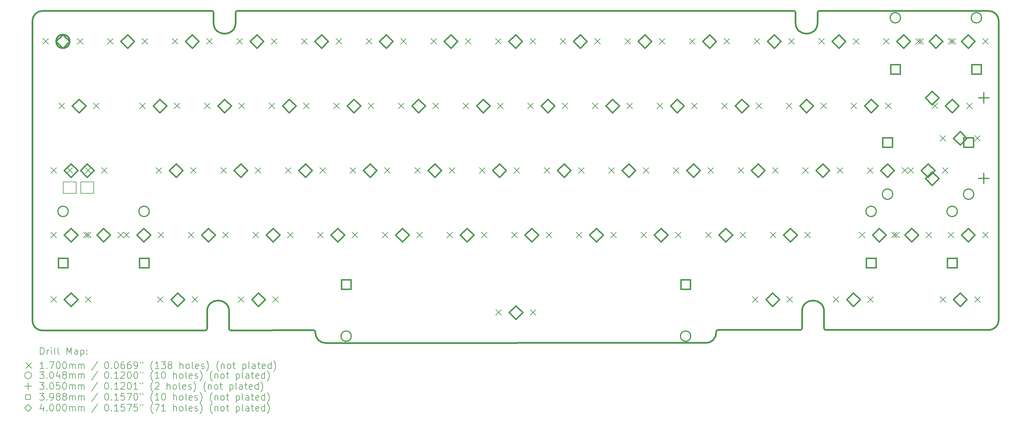
<source format=gbr>
%TF.GenerationSoftware,KiCad,Pcbnew,8.99.0-946-gf00a1ab517*%
%TF.CreationDate,2024-05-15T19:37:29+07:00*%
%TF.ProjectId,toro60,746f726f-3630-42e6-9b69-6361645f7063,rev?*%
%TF.SameCoordinates,Original*%
%TF.FileFunction,Drillmap*%
%TF.FilePolarity,Positive*%
%FSLAX45Y45*%
G04 Gerber Fmt 4.5, Leading zero omitted, Abs format (unit mm)*
G04 Created by KiCad (PCBNEW 8.99.0-946-gf00a1ab517) date 2024-05-15 19:37:29*
%MOMM*%
%LPD*%
G01*
G04 APERTURE LIST*
%ADD10C,0.500000*%
%ADD11C,0.150000*%
%ADD12C,0.200000*%
%ADD13C,0.170000*%
%ADD14C,0.304800*%
%ADD15C,0.305000*%
%ADD16C,0.398780*%
%ADD17C,0.400000*%
G04 APERTURE END LIST*
D10*
X12500000Y-8901000D02*
G75*
G02*
X12200000Y-8601000I0J300000D01*
G01*
X24008000Y-8599000D02*
G75*
G02*
X23708000Y-8899000I-300000J0D01*
G01*
X9710058Y-8528457D02*
G75*
G02*
X9659999Y-8477651I-48J50017D01*
G01*
X12149711Y-8525624D02*
X9710058Y-8528457D01*
X32333000Y600249D02*
X32333000Y-8218691D01*
X12200000Y-8601000D02*
X12199780Y-8574825D01*
X9150489Y901291D02*
X4160975Y901291D01*
X9850500Y851289D02*
G75*
G02*
X9899679Y901293I50020J-9D01*
G01*
X9200500Y850854D02*
X9200500Y550177D01*
X9150489Y901291D02*
G75*
G02*
X9200499Y850854I1J-50011D01*
G01*
X9660000Y-8477651D02*
X9660000Y-7971209D01*
X9850500Y551289D02*
G75*
G02*
X9200502Y550177I-325000J1D01*
G01*
X26295469Y901291D02*
G75*
G02*
X26345491Y851269I11J-50011D01*
G01*
X26345499Y851269D02*
X26345499Y551299D01*
X4963000Y1000D02*
G75*
G02*
X4563000Y1000I-200000J0D01*
G01*
X4563000Y1000D02*
G75*
G02*
X4963000Y1000I200000J0D01*
G01*
X8960058Y-8529328D02*
X8960058Y-8529328D01*
X9010000Y-7971209D02*
X9010000Y-8479331D01*
X26995499Y551299D02*
G75*
G02*
X26345499Y551299I-325000J0D01*
G01*
X27235989Y-8518709D02*
G75*
G02*
X27185998Y-8467857I11J50009D01*
G01*
X3863000Y-8234899D02*
X3863000Y601289D01*
X24008150Y-8568721D02*
X24008000Y-8599000D01*
X26535999Y-7971201D02*
X26535999Y-8468691D01*
X26295469Y901291D02*
X9899679Y901291D01*
X8960058Y-8529328D02*
X4163348Y-8534899D01*
X9010000Y-8479331D02*
G75*
G02*
X8960058Y-8529330I-50000J1D01*
G01*
X4163348Y-8534899D02*
G75*
G02*
X3863001Y-8234899I-348J299999D01*
G01*
X9850500Y551289D02*
X9850500Y851289D01*
X32032999Y901291D02*
G75*
G02*
X32332999Y600249I1J-300001D01*
G01*
X26995499Y551299D02*
X26995499Y851289D01*
X32333000Y-8218691D02*
G75*
G02*
X32032989Y-8518700I-300000J-9D01*
G01*
X24008150Y-8568721D02*
G75*
G02*
X24057329Y-8518707I50020J1D01*
G01*
X27045499Y901289D02*
X27045499Y901291D01*
X12149711Y-8525624D02*
G75*
G02*
X12199779Y-8574825I59J-50016D01*
G01*
X3863000Y601289D02*
G75*
G02*
X4160975Y901293I300020J-9D01*
G01*
X32032989Y-8518702D02*
X32032989Y-8518709D01*
X9010000Y-7971209D02*
G75*
G02*
X9660000Y-7971209I325000J0D01*
G01*
X26345492Y851269D02*
X26345499Y851269D01*
X26535999Y-7971201D02*
G75*
G02*
X27185999Y-7971201I325000J0D01*
G01*
X26995499Y851289D02*
G75*
G02*
X27045499Y901291I50001J1D01*
G01*
X26485500Y-8518709D02*
X24057329Y-8518709D01*
X26535999Y-8468691D02*
G75*
G02*
X26485500Y-8518707I-50019J1D01*
G01*
X27235989Y-8518709D02*
X32032989Y-8518709D01*
X23708000Y-8899000D02*
X12500000Y-8901000D01*
X27185999Y-8467857D02*
X27185999Y-7971201D01*
X27045499Y901291D02*
X32032999Y901291D01*
D11*
X4770600Y-4488000D02*
X4770600Y-4148000D01*
X5150600Y-4148000D02*
X4770600Y-4148000D01*
X5150600Y-4488000D02*
X4770600Y-4488000D01*
X5150600Y-4488000D02*
X5150600Y-4148000D01*
X5286900Y-4488000D02*
X5286900Y-4148000D01*
X5666900Y-4148000D02*
X5286900Y-4148000D01*
X5666900Y-4488000D02*
X5286900Y-4488000D01*
X5666900Y-4488000D02*
X5666900Y-4148000D01*
D12*
D13*
X4169500Y85000D02*
X4339500Y-85000D01*
X4339500Y85000D02*
X4169500Y-85000D01*
X4407600Y-3725000D02*
X4577600Y-3895000D01*
X4577600Y-3725000D02*
X4407600Y-3895000D01*
X4407600Y-5630000D02*
X4577600Y-5800000D01*
X4577600Y-5630000D02*
X4407600Y-5800000D01*
X4407600Y-7535000D02*
X4577600Y-7705000D01*
X4577600Y-7535000D02*
X4407600Y-7705000D01*
X4645800Y-1820000D02*
X4815800Y-1990000D01*
X4815800Y-1820000D02*
X4645800Y-1990000D01*
X4883900Y-3725000D02*
X5053900Y-3895000D01*
X5053900Y-3725000D02*
X4883900Y-3895000D01*
X5185500Y85000D02*
X5355500Y-85000D01*
X5355500Y85000D02*
X5185500Y-85000D01*
X5367560Y-5630000D02*
X5537560Y-5800000D01*
X5537560Y-5630000D02*
X5367560Y-5800000D01*
X5423600Y-3725000D02*
X5593600Y-3895000D01*
X5593600Y-3725000D02*
X5423600Y-3895000D01*
X5423600Y-5630000D02*
X5593600Y-5800000D01*
X5593600Y-5630000D02*
X5423600Y-5800000D01*
X5423600Y-7535000D02*
X5593600Y-7705000D01*
X5593600Y-7535000D02*
X5423600Y-7705000D01*
X5661800Y-1820000D02*
X5831800Y-1990000D01*
X5831800Y-1820000D02*
X5661800Y-1990000D01*
X5899900Y-3725000D02*
X6069900Y-3895000D01*
X6069900Y-3725000D02*
X5899900Y-3895000D01*
X6074500Y85000D02*
X6244500Y-85000D01*
X6244500Y85000D02*
X6074500Y-85000D01*
X6383560Y-5630000D02*
X6553560Y-5800000D01*
X6553560Y-5630000D02*
X6383560Y-5800000D01*
X6550750Y-5630000D02*
X6720750Y-5800000D01*
X6720750Y-5630000D02*
X6550750Y-5800000D01*
X7027000Y-1820000D02*
X7197000Y-1990000D01*
X7197000Y-1820000D02*
X7027000Y-1990000D01*
X7090500Y85000D02*
X7260500Y-85000D01*
X7260500Y85000D02*
X7090500Y-85000D01*
X7503250Y-3725000D02*
X7673250Y-3895000D01*
X7673250Y-3725000D02*
X7503250Y-3895000D01*
X7550850Y-7535000D02*
X7720850Y-7705000D01*
X7720850Y-7535000D02*
X7550850Y-7705000D01*
X7566750Y-5630000D02*
X7736750Y-5800000D01*
X7736750Y-5630000D02*
X7566750Y-5800000D01*
X7979500Y85000D02*
X8149500Y-85000D01*
X8149500Y85000D02*
X7979500Y-85000D01*
X8043000Y-1820000D02*
X8213000Y-1990000D01*
X8213000Y-1820000D02*
X8043000Y-1990000D01*
X8455750Y-5630000D02*
X8625750Y-5800000D01*
X8625750Y-5630000D02*
X8455750Y-5800000D01*
X8519250Y-3725000D02*
X8689250Y-3895000D01*
X8689250Y-3725000D02*
X8519250Y-3895000D01*
X8566850Y-7535000D02*
X8736850Y-7705000D01*
X8736850Y-7535000D02*
X8566850Y-7705000D01*
X8932000Y-1820000D02*
X9102000Y-1990000D01*
X9102000Y-1820000D02*
X8932000Y-1990000D01*
X8995500Y85000D02*
X9165500Y-85000D01*
X9165500Y85000D02*
X8995500Y-85000D01*
X9408250Y-3725000D02*
X9578250Y-3895000D01*
X9578250Y-3725000D02*
X9408250Y-3895000D01*
X9471750Y-5630000D02*
X9641750Y-5800000D01*
X9641750Y-5630000D02*
X9471750Y-5800000D01*
X9884500Y85000D02*
X10054500Y-85000D01*
X10054500Y85000D02*
X9884500Y-85000D01*
X9932100Y-7535000D02*
X10102100Y-7705000D01*
X10102100Y-7535000D02*
X9932100Y-7705000D01*
X9948000Y-1820000D02*
X10118000Y-1990000D01*
X10118000Y-1820000D02*
X9948000Y-1990000D01*
X10360750Y-5630000D02*
X10530750Y-5800000D01*
X10530750Y-5630000D02*
X10360750Y-5800000D01*
X10424250Y-3725000D02*
X10594250Y-3895000D01*
X10594250Y-3725000D02*
X10424250Y-3895000D01*
X10837000Y-1820000D02*
X11007000Y-1990000D01*
X11007000Y-1820000D02*
X10837000Y-1990000D01*
X10900500Y85000D02*
X11070500Y-85000D01*
X11070500Y85000D02*
X10900500Y-85000D01*
X10948100Y-7535000D02*
X11118100Y-7705000D01*
X11118100Y-7535000D02*
X10948100Y-7705000D01*
X11313250Y-3725000D02*
X11483250Y-3895000D01*
X11483250Y-3725000D02*
X11313250Y-3895000D01*
X11376750Y-5630000D02*
X11546750Y-5800000D01*
X11546750Y-5630000D02*
X11376750Y-5800000D01*
X11789500Y85000D02*
X11959500Y-85000D01*
X11959500Y85000D02*
X11789500Y-85000D01*
X11853000Y-1820000D02*
X12023000Y-1990000D01*
X12023000Y-1820000D02*
X11853000Y-1990000D01*
X12265750Y-5630000D02*
X12435750Y-5800000D01*
X12435750Y-5630000D02*
X12265750Y-5800000D01*
X12329250Y-3725000D02*
X12499250Y-3895000D01*
X12499250Y-3725000D02*
X12329250Y-3895000D01*
X12742000Y-1820000D02*
X12912000Y-1990000D01*
X12912000Y-1820000D02*
X12742000Y-1990000D01*
X12805500Y85000D02*
X12975500Y-85000D01*
X12975500Y85000D02*
X12805500Y-85000D01*
X13218250Y-3725000D02*
X13388250Y-3895000D01*
X13388250Y-3725000D02*
X13218250Y-3895000D01*
X13281750Y-5630000D02*
X13451750Y-5800000D01*
X13451750Y-5630000D02*
X13281750Y-5800000D01*
X13694500Y85000D02*
X13864500Y-85000D01*
X13864500Y85000D02*
X13694500Y-85000D01*
X13758000Y-1820000D02*
X13928000Y-1990000D01*
X13928000Y-1820000D02*
X13758000Y-1990000D01*
X14170750Y-5630000D02*
X14340750Y-5800000D01*
X14340750Y-5630000D02*
X14170750Y-5800000D01*
X14234250Y-3725000D02*
X14404250Y-3895000D01*
X14404250Y-3725000D02*
X14234250Y-3895000D01*
X14647000Y-1820000D02*
X14817000Y-1990000D01*
X14817000Y-1820000D02*
X14647000Y-1990000D01*
X14710500Y85000D02*
X14880500Y-85000D01*
X14880500Y85000D02*
X14710500Y-85000D01*
X15123250Y-3725000D02*
X15293250Y-3895000D01*
X15293250Y-3725000D02*
X15123250Y-3895000D01*
X15186750Y-5630000D02*
X15356750Y-5800000D01*
X15356750Y-5630000D02*
X15186750Y-5800000D01*
X15599500Y85000D02*
X15769500Y-85000D01*
X15769500Y85000D02*
X15599500Y-85000D01*
X15663000Y-1820000D02*
X15833000Y-1990000D01*
X15833000Y-1820000D02*
X15663000Y-1990000D01*
X16075750Y-5630000D02*
X16245750Y-5800000D01*
X16245750Y-5630000D02*
X16075750Y-5800000D01*
X16139250Y-3725000D02*
X16309250Y-3895000D01*
X16309250Y-3725000D02*
X16139250Y-3895000D01*
X16552000Y-1820000D02*
X16722000Y-1990000D01*
X16722000Y-1820000D02*
X16552000Y-1990000D01*
X16615500Y85000D02*
X16785500Y-85000D01*
X16785500Y85000D02*
X16615500Y-85000D01*
X17028250Y-3725000D02*
X17198250Y-3895000D01*
X17198250Y-3725000D02*
X17028250Y-3895000D01*
X17091750Y-5630000D02*
X17261750Y-5800000D01*
X17261750Y-5630000D02*
X17091750Y-5800000D01*
X17504500Y85000D02*
X17674500Y-85000D01*
X17674500Y85000D02*
X17504500Y-85000D01*
X17514000Y-7916000D02*
X17684000Y-8086000D01*
X17684000Y-7916000D02*
X17514000Y-8086000D01*
X17568000Y-1820000D02*
X17738000Y-1990000D01*
X17738000Y-1820000D02*
X17568000Y-1990000D01*
X17980750Y-5630000D02*
X18150750Y-5800000D01*
X18150750Y-5630000D02*
X17980750Y-5800000D01*
X18044250Y-3725000D02*
X18214250Y-3895000D01*
X18214250Y-3725000D02*
X18044250Y-3895000D01*
X18457000Y-1820000D02*
X18627000Y-1990000D01*
X18627000Y-1820000D02*
X18457000Y-1990000D01*
X18520500Y85000D02*
X18690500Y-85000D01*
X18690500Y85000D02*
X18520500Y-85000D01*
X18530000Y-7916000D02*
X18700000Y-8086000D01*
X18700000Y-7916000D02*
X18530000Y-8086000D01*
X18933250Y-3725000D02*
X19103250Y-3895000D01*
X19103250Y-3725000D02*
X18933250Y-3895000D01*
X18996750Y-5630000D02*
X19166750Y-5800000D01*
X19166750Y-5630000D02*
X18996750Y-5800000D01*
X19409500Y85000D02*
X19579500Y-85000D01*
X19579500Y85000D02*
X19409500Y-85000D01*
X19473000Y-1820000D02*
X19643000Y-1990000D01*
X19643000Y-1820000D02*
X19473000Y-1990000D01*
X19885750Y-5630000D02*
X20055750Y-5800000D01*
X20055750Y-5630000D02*
X19885750Y-5800000D01*
X19949250Y-3725000D02*
X20119250Y-3895000D01*
X20119250Y-3725000D02*
X19949250Y-3895000D01*
X20362000Y-1820000D02*
X20532000Y-1990000D01*
X20532000Y-1820000D02*
X20362000Y-1990000D01*
X20425500Y85000D02*
X20595500Y-85000D01*
X20595500Y85000D02*
X20425500Y-85000D01*
X20838250Y-3725000D02*
X21008250Y-3895000D01*
X21008250Y-3725000D02*
X20838250Y-3895000D01*
X20901750Y-5630000D02*
X21071750Y-5800000D01*
X21071750Y-5630000D02*
X20901750Y-5800000D01*
X21314500Y85000D02*
X21484500Y-85000D01*
X21484500Y85000D02*
X21314500Y-85000D01*
X21378000Y-1820000D02*
X21548000Y-1990000D01*
X21548000Y-1820000D02*
X21378000Y-1990000D01*
X21790750Y-5630000D02*
X21960750Y-5800000D01*
X21960750Y-5630000D02*
X21790750Y-5800000D01*
X21854250Y-3725000D02*
X22024250Y-3895000D01*
X22024250Y-3725000D02*
X21854250Y-3895000D01*
X22267000Y-1820000D02*
X22437000Y-1990000D01*
X22437000Y-1820000D02*
X22267000Y-1990000D01*
X22330500Y85000D02*
X22500500Y-85000D01*
X22500500Y85000D02*
X22330500Y-85000D01*
X22743250Y-3725000D02*
X22913250Y-3895000D01*
X22913250Y-3725000D02*
X22743250Y-3895000D01*
X22806750Y-5630000D02*
X22976750Y-5800000D01*
X22976750Y-5630000D02*
X22806750Y-5800000D01*
X23219500Y85000D02*
X23389500Y-85000D01*
X23389500Y85000D02*
X23219500Y-85000D01*
X23283000Y-1820000D02*
X23453000Y-1990000D01*
X23453000Y-1820000D02*
X23283000Y-1990000D01*
X23695750Y-5630000D02*
X23865750Y-5800000D01*
X23865750Y-5630000D02*
X23695750Y-5800000D01*
X23759250Y-3725000D02*
X23929250Y-3895000D01*
X23929250Y-3725000D02*
X23759250Y-3895000D01*
X24172000Y-1820000D02*
X24342000Y-1990000D01*
X24342000Y-1820000D02*
X24172000Y-1990000D01*
X24235500Y85000D02*
X24405500Y-85000D01*
X24405500Y85000D02*
X24235500Y-85000D01*
X24648250Y-3725000D02*
X24818250Y-3895000D01*
X24818250Y-3725000D02*
X24648250Y-3895000D01*
X24711750Y-5630000D02*
X24881750Y-5800000D01*
X24881750Y-5630000D02*
X24711750Y-5800000D01*
X25076850Y-7535000D02*
X25246850Y-7705000D01*
X25246850Y-7535000D02*
X25076850Y-7705000D01*
X25124500Y85000D02*
X25294500Y-85000D01*
X25294500Y85000D02*
X25124500Y-85000D01*
X25188000Y-1820000D02*
X25358000Y-1990000D01*
X25358000Y-1820000D02*
X25188000Y-1990000D01*
X25600750Y-5630000D02*
X25770750Y-5800000D01*
X25770750Y-5630000D02*
X25600750Y-5800000D01*
X25664250Y-3725000D02*
X25834250Y-3895000D01*
X25834250Y-3725000D02*
X25664250Y-3895000D01*
X26077000Y-1820000D02*
X26247000Y-1990000D01*
X26247000Y-1820000D02*
X26077000Y-1990000D01*
X26092850Y-7535000D02*
X26262850Y-7705000D01*
X26262850Y-7535000D02*
X26092850Y-7705000D01*
X26140500Y85000D02*
X26310500Y-85000D01*
X26310500Y85000D02*
X26140500Y-85000D01*
X26553250Y-3725000D02*
X26723250Y-3895000D01*
X26723250Y-3725000D02*
X26553250Y-3895000D01*
X26616750Y-5630000D02*
X26786750Y-5800000D01*
X26786750Y-5630000D02*
X26616750Y-5800000D01*
X27029500Y85000D02*
X27199500Y-85000D01*
X27199500Y85000D02*
X27029500Y-85000D01*
X27093000Y-1820000D02*
X27263000Y-1990000D01*
X27263000Y-1820000D02*
X27093000Y-1990000D01*
X27458100Y-7535000D02*
X27628100Y-7705000D01*
X27628100Y-7535000D02*
X27458100Y-7705000D01*
X27569250Y-3725000D02*
X27739250Y-3895000D01*
X27739250Y-3725000D02*
X27569250Y-3895000D01*
X27982000Y-1820000D02*
X28152000Y-1990000D01*
X28152000Y-1820000D02*
X27982000Y-1990000D01*
X28045500Y85000D02*
X28215500Y-85000D01*
X28215500Y85000D02*
X28045500Y-85000D01*
X28220150Y-5630000D02*
X28390150Y-5800000D01*
X28390150Y-5630000D02*
X28220150Y-5800000D01*
X28458250Y-3725000D02*
X28628250Y-3895000D01*
X28628250Y-3725000D02*
X28458250Y-3895000D01*
X28474100Y-7535000D02*
X28644100Y-7705000D01*
X28644100Y-7535000D02*
X28474100Y-7705000D01*
X28934500Y85000D02*
X29104500Y-85000D01*
X29104500Y85000D02*
X28934500Y-85000D01*
X28998000Y-1820000D02*
X29168000Y-1990000D01*
X29168000Y-1820000D02*
X28998000Y-1990000D01*
X29172650Y-5630000D02*
X29342650Y-5800000D01*
X29342650Y-5630000D02*
X29172650Y-5800000D01*
X29236150Y-5630000D02*
X29406150Y-5800000D01*
X29406150Y-5630000D02*
X29236150Y-5800000D01*
X29474250Y-3725000D02*
X29644250Y-3895000D01*
X29644250Y-3725000D02*
X29474250Y-3895000D01*
X29656310Y-3725000D02*
X29826310Y-3895000D01*
X29826310Y-3725000D02*
X29656310Y-3895000D01*
X29887000Y85000D02*
X30057000Y-85000D01*
X30057000Y85000D02*
X29887000Y-85000D01*
X29950500Y85000D02*
X30120500Y-85000D01*
X30120500Y85000D02*
X29950500Y-85000D01*
X30188650Y-5630000D02*
X30358650Y-5800000D01*
X30358650Y-5630000D02*
X30188650Y-5800000D01*
X30363300Y-1820000D02*
X30533300Y-1990000D01*
X30533300Y-1820000D02*
X30363300Y-1990000D01*
X30601350Y-2772500D02*
X30771350Y-2942500D01*
X30771350Y-2772500D02*
X30601350Y-2942500D01*
X30601350Y-7535000D02*
X30771350Y-7705000D01*
X30771350Y-7535000D02*
X30601350Y-7705000D01*
X30672310Y-3725000D02*
X30842310Y-3895000D01*
X30842310Y-3725000D02*
X30672310Y-3895000D01*
X30839500Y85000D02*
X31009500Y-85000D01*
X31009500Y85000D02*
X30839500Y-85000D01*
X30839500Y-5630000D02*
X31009500Y-5800000D01*
X31009500Y-5630000D02*
X30839500Y-5800000D01*
X30903000Y85000D02*
X31073000Y-85000D01*
X31073000Y85000D02*
X30903000Y-85000D01*
X31379300Y-1820000D02*
X31549300Y-1990000D01*
X31549300Y-1820000D02*
X31379300Y-1990000D01*
X31617350Y-2772500D02*
X31787350Y-2942500D01*
X31787350Y-2772500D02*
X31617350Y-2942500D01*
X31617350Y-7535000D02*
X31787350Y-7705000D01*
X31787350Y-7535000D02*
X31617350Y-7705000D01*
X31855500Y85000D02*
X32025500Y-85000D01*
X32025500Y85000D02*
X31855500Y-85000D01*
X31855500Y-5630000D02*
X32025500Y-5800000D01*
X32025500Y-5630000D02*
X31855500Y-5800000D01*
D14*
X4919160Y-5016500D02*
G75*
G02*
X4614360Y-5016500I-152400J0D01*
G01*
X4614360Y-5016500D02*
G75*
G02*
X4919160Y-5016500I152400J0D01*
G01*
X7306760Y-5016500D02*
G75*
G02*
X7001960Y-5016500I-152400J0D01*
G01*
X7001960Y-5016500D02*
G75*
G02*
X7306760Y-5016500I152400J0D01*
G01*
X13259410Y-8699500D02*
G75*
G02*
X12954610Y-8699500I-152400J0D01*
G01*
X12954610Y-8699500D02*
G75*
G02*
X13259410Y-8699500I152400J0D01*
G01*
X23259390Y-8699500D02*
G75*
G02*
X22954590Y-8699500I-152400J0D01*
G01*
X22954590Y-8699500D02*
G75*
G02*
X23259390Y-8699500I152400J0D01*
G01*
X28724250Y-5016500D02*
G75*
G02*
X28419450Y-5016500I-152400J0D01*
G01*
X28419450Y-5016500D02*
G75*
G02*
X28724250Y-5016500I152400J0D01*
G01*
X29207910Y-4508500D02*
G75*
G02*
X28903110Y-4508500I-152400J0D01*
G01*
X28903110Y-4508500D02*
G75*
G02*
X29207910Y-4508500I152400J0D01*
G01*
X29438600Y698500D02*
G75*
G02*
X29133800Y698500I-152400J0D01*
G01*
X29133800Y698500D02*
G75*
G02*
X29438600Y698500I152400J0D01*
G01*
X31111850Y-5016500D02*
G75*
G02*
X30807050Y-5016500I-152400J0D01*
G01*
X30807050Y-5016500D02*
G75*
G02*
X31111850Y-5016500I152400J0D01*
G01*
X31595510Y-4508500D02*
G75*
G02*
X31290710Y-4508500I-152400J0D01*
G01*
X31290710Y-4508500D02*
G75*
G02*
X31595510Y-4508500I152400J0D01*
G01*
X31826200Y698500D02*
G75*
G02*
X31521400Y698500I-152400J0D01*
G01*
X31521400Y698500D02*
G75*
G02*
X31826200Y698500I152400J0D01*
G01*
D15*
X31894350Y-1515000D02*
X31894350Y-1820000D01*
X31741850Y-1667500D02*
X32046850Y-1667500D01*
X31894350Y-3895000D02*
X31894350Y-4200000D01*
X31741850Y-4047500D02*
X32046850Y-4047500D01*
D16*
X4907751Y-6681491D02*
X4907751Y-6399509D01*
X4625769Y-6399509D01*
X4625769Y-6681491D01*
X4907751Y-6681491D01*
X7295351Y-6681491D02*
X7295351Y-6399509D01*
X7013369Y-6399509D01*
X7013369Y-6681491D01*
X7295351Y-6681491D01*
X13248001Y-7316491D02*
X13248001Y-7034509D01*
X12966019Y-7034509D01*
X12966019Y-7316491D01*
X13248001Y-7316491D01*
X23247981Y-7316491D02*
X23247981Y-7034509D01*
X22965999Y-7034509D01*
X22965999Y-7316491D01*
X23247981Y-7316491D01*
X28712841Y-6681491D02*
X28712841Y-6399509D01*
X28430859Y-6399509D01*
X28430859Y-6681491D01*
X28712841Y-6681491D01*
X29196501Y-3125491D02*
X29196501Y-2843509D01*
X28914518Y-2843509D01*
X28914518Y-3125491D01*
X29196501Y-3125491D01*
X29427191Y-966491D02*
X29427191Y-684509D01*
X29145209Y-684509D01*
X29145209Y-966491D01*
X29427191Y-966491D01*
X31100441Y-6681491D02*
X31100441Y-6399509D01*
X30818459Y-6399509D01*
X30818459Y-6681491D01*
X31100441Y-6681491D01*
X31584101Y-3125491D02*
X31584101Y-2843509D01*
X31302118Y-2843509D01*
X31302118Y-3125491D01*
X31584101Y-3125491D01*
X31814791Y-966491D02*
X31814791Y-684509D01*
X31532809Y-684509D01*
X31532809Y-966491D01*
X31814791Y-966491D01*
D17*
X4762500Y-200000D02*
X4962500Y0D01*
X4762500Y200000D01*
X4562500Y0D01*
X4762500Y-200000D01*
X5000600Y-4010000D02*
X5200600Y-3810000D01*
X5000600Y-3610000D01*
X4800600Y-3810000D01*
X5000600Y-4010000D01*
X5000600Y-5915000D02*
X5200600Y-5715000D01*
X5000600Y-5515000D01*
X4800600Y-5715000D01*
X5000600Y-5915000D01*
X5000600Y-7820000D02*
X5200600Y-7620000D01*
X5000600Y-7420000D01*
X4800600Y-7620000D01*
X5000600Y-7820000D01*
X5238800Y-2105000D02*
X5438800Y-1905000D01*
X5238800Y-1705000D01*
X5038800Y-1905000D01*
X5238800Y-2105000D01*
X5476900Y-4010000D02*
X5676900Y-3810000D01*
X5476900Y-3610000D01*
X5276900Y-3810000D01*
X5476900Y-4010000D01*
X5960560Y-5915000D02*
X6160560Y-5715000D01*
X5960560Y-5515000D01*
X5760560Y-5715000D01*
X5960560Y-5915000D01*
X6667500Y-200000D02*
X6867500Y0D01*
X6667500Y200000D01*
X6467500Y0D01*
X6667500Y-200000D01*
X7143750Y-5915000D02*
X7343750Y-5715000D01*
X7143750Y-5515000D01*
X6943750Y-5715000D01*
X7143750Y-5915000D01*
X7620000Y-2105000D02*
X7820000Y-1905000D01*
X7620000Y-1705000D01*
X7420000Y-1905000D01*
X7620000Y-2105000D01*
X8096250Y-4010000D02*
X8296250Y-3810000D01*
X8096250Y-3610000D01*
X7896250Y-3810000D01*
X8096250Y-4010000D01*
X8143850Y-7820000D02*
X8343850Y-7620000D01*
X8143850Y-7420000D01*
X7943850Y-7620000D01*
X8143850Y-7820000D01*
X8572500Y-200000D02*
X8772500Y0D01*
X8572500Y200000D01*
X8372500Y0D01*
X8572500Y-200000D01*
X9048750Y-5915000D02*
X9248750Y-5715000D01*
X9048750Y-5515000D01*
X8848750Y-5715000D01*
X9048750Y-5915000D01*
X9525000Y-2105000D02*
X9725000Y-1905000D01*
X9525000Y-1705000D01*
X9325000Y-1905000D01*
X9525000Y-2105000D01*
X10001250Y-4010000D02*
X10201250Y-3810000D01*
X10001250Y-3610000D01*
X9801250Y-3810000D01*
X10001250Y-4010000D01*
X10477500Y-200000D02*
X10677500Y0D01*
X10477500Y200000D01*
X10277500Y0D01*
X10477500Y-200000D01*
X10525100Y-7820000D02*
X10725100Y-7620000D01*
X10525100Y-7420000D01*
X10325100Y-7620000D01*
X10525100Y-7820000D01*
X10953750Y-5915000D02*
X11153750Y-5715000D01*
X10953750Y-5515000D01*
X10753750Y-5715000D01*
X10953750Y-5915000D01*
X11430000Y-2105000D02*
X11630000Y-1905000D01*
X11430000Y-1705000D01*
X11230000Y-1905000D01*
X11430000Y-2105000D01*
X11906250Y-4010000D02*
X12106250Y-3810000D01*
X11906250Y-3610000D01*
X11706250Y-3810000D01*
X11906250Y-4010000D01*
X12382500Y-200000D02*
X12582500Y0D01*
X12382500Y200000D01*
X12182500Y0D01*
X12382500Y-200000D01*
X12858750Y-5915000D02*
X13058750Y-5715000D01*
X12858750Y-5515000D01*
X12658750Y-5715000D01*
X12858750Y-5915000D01*
X13335000Y-2105000D02*
X13535000Y-1905000D01*
X13335000Y-1705000D01*
X13135000Y-1905000D01*
X13335000Y-2105000D01*
X13811250Y-4010000D02*
X14011250Y-3810000D01*
X13811250Y-3610000D01*
X13611250Y-3810000D01*
X13811250Y-4010000D01*
X14287500Y-200000D02*
X14487500Y0D01*
X14287500Y200000D01*
X14087500Y0D01*
X14287500Y-200000D01*
X14763750Y-5915000D02*
X14963750Y-5715000D01*
X14763750Y-5515000D01*
X14563750Y-5715000D01*
X14763750Y-5915000D01*
X15240000Y-2105000D02*
X15440000Y-1905000D01*
X15240000Y-1705000D01*
X15040000Y-1905000D01*
X15240000Y-2105000D01*
X15716250Y-4010000D02*
X15916250Y-3810000D01*
X15716250Y-3610000D01*
X15516250Y-3810000D01*
X15716250Y-4010000D01*
X16192500Y-200000D02*
X16392500Y0D01*
X16192500Y200000D01*
X15992500Y0D01*
X16192500Y-200000D01*
X16668750Y-5915000D02*
X16868750Y-5715000D01*
X16668750Y-5515000D01*
X16468750Y-5715000D01*
X16668750Y-5915000D01*
X17145000Y-2105000D02*
X17345000Y-1905000D01*
X17145000Y-1705000D01*
X16945000Y-1905000D01*
X17145000Y-2105000D01*
X17621250Y-4010000D02*
X17821250Y-3810000D01*
X17621250Y-3610000D01*
X17421250Y-3810000D01*
X17621250Y-4010000D01*
X18097500Y-200000D02*
X18297500Y0D01*
X18097500Y200000D01*
X17897500Y0D01*
X18097500Y-200000D01*
X18107000Y-8201000D02*
X18307000Y-8001000D01*
X18107000Y-7801000D01*
X17907000Y-8001000D01*
X18107000Y-8201000D01*
X18573750Y-5915000D02*
X18773750Y-5715000D01*
X18573750Y-5515000D01*
X18373750Y-5715000D01*
X18573750Y-5915000D01*
X19050000Y-2105000D02*
X19250000Y-1905000D01*
X19050000Y-1705000D01*
X18850000Y-1905000D01*
X19050000Y-2105000D01*
X19526250Y-4010000D02*
X19726250Y-3810000D01*
X19526250Y-3610000D01*
X19326250Y-3810000D01*
X19526250Y-4010000D01*
X20002500Y-200000D02*
X20202500Y0D01*
X20002500Y200000D01*
X19802500Y0D01*
X20002500Y-200000D01*
X20478750Y-5915000D02*
X20678750Y-5715000D01*
X20478750Y-5515000D01*
X20278750Y-5715000D01*
X20478750Y-5915000D01*
X20955000Y-2105000D02*
X21155000Y-1905000D01*
X20955000Y-1705000D01*
X20755000Y-1905000D01*
X20955000Y-2105000D01*
X21431250Y-4010000D02*
X21631250Y-3810000D01*
X21431250Y-3610000D01*
X21231250Y-3810000D01*
X21431250Y-4010000D01*
X21907500Y-200000D02*
X22107500Y0D01*
X21907500Y200000D01*
X21707500Y0D01*
X21907500Y-200000D01*
X22383750Y-5915000D02*
X22583750Y-5715000D01*
X22383750Y-5515000D01*
X22183750Y-5715000D01*
X22383750Y-5915000D01*
X22860000Y-2105000D02*
X23060000Y-1905000D01*
X22860000Y-1705000D01*
X22660000Y-1905000D01*
X22860000Y-2105000D01*
X23336250Y-4010000D02*
X23536250Y-3810000D01*
X23336250Y-3610000D01*
X23136250Y-3810000D01*
X23336250Y-4010000D01*
X23812500Y-200000D02*
X24012500Y0D01*
X23812500Y200000D01*
X23612500Y0D01*
X23812500Y-200000D01*
X24288750Y-5915000D02*
X24488750Y-5715000D01*
X24288750Y-5515000D01*
X24088750Y-5715000D01*
X24288750Y-5915000D01*
X24765000Y-2105000D02*
X24965000Y-1905000D01*
X24765000Y-1705000D01*
X24565000Y-1905000D01*
X24765000Y-2105000D01*
X25241250Y-4010000D02*
X25441250Y-3810000D01*
X25241250Y-3610000D01*
X25041250Y-3810000D01*
X25241250Y-4010000D01*
X25669850Y-7820000D02*
X25869850Y-7620000D01*
X25669850Y-7420000D01*
X25469850Y-7620000D01*
X25669850Y-7820000D01*
X25717500Y-200000D02*
X25917500Y0D01*
X25717500Y200000D01*
X25517500Y0D01*
X25717500Y-200000D01*
X26193750Y-5915000D02*
X26393750Y-5715000D01*
X26193750Y-5515000D01*
X25993750Y-5715000D01*
X26193750Y-5915000D01*
X26670000Y-2105000D02*
X26870000Y-1905000D01*
X26670000Y-1705000D01*
X26470000Y-1905000D01*
X26670000Y-2105000D01*
X27146250Y-4010000D02*
X27346250Y-3810000D01*
X27146250Y-3610000D01*
X26946250Y-3810000D01*
X27146250Y-4010000D01*
X27622500Y-200000D02*
X27822500Y0D01*
X27622500Y200000D01*
X27422500Y0D01*
X27622500Y-200000D01*
X28051100Y-7820000D02*
X28251100Y-7620000D01*
X28051100Y-7420000D01*
X27851100Y-7620000D01*
X28051100Y-7820000D01*
X28575000Y-2105000D02*
X28775000Y-1905000D01*
X28575000Y-1705000D01*
X28375000Y-1905000D01*
X28575000Y-2105000D01*
X28813150Y-5915000D02*
X29013150Y-5715000D01*
X28813150Y-5515000D01*
X28613150Y-5715000D01*
X28813150Y-5915000D01*
X29051250Y-4010000D02*
X29251250Y-3810000D01*
X29051250Y-3610000D01*
X28851250Y-3810000D01*
X29051250Y-4010000D01*
X29527500Y-200000D02*
X29727500Y0D01*
X29527500Y200000D01*
X29327500Y0D01*
X29527500Y-200000D01*
X29765650Y-5915000D02*
X29965650Y-5715000D01*
X29765650Y-5515000D01*
X29565650Y-5715000D01*
X29765650Y-5915000D01*
X30249310Y-4010000D02*
X30449310Y-3810000D01*
X30249310Y-3610000D01*
X30049310Y-3810000D01*
X30249310Y-4010000D01*
X30370350Y-1867500D02*
X30570350Y-1667500D01*
X30370350Y-1467500D01*
X30170350Y-1667500D01*
X30370350Y-1867500D01*
X30370350Y-4247500D02*
X30570350Y-4047500D01*
X30370350Y-3847500D01*
X30170350Y-4047500D01*
X30370350Y-4247500D01*
X30480000Y-200000D02*
X30680000Y0D01*
X30480000Y200000D01*
X30280000Y0D01*
X30480000Y-200000D01*
X30956300Y-2105000D02*
X31156300Y-1905000D01*
X30956300Y-1705000D01*
X30756300Y-1905000D01*
X30956300Y-2105000D01*
X31194350Y-3057500D02*
X31394350Y-2857500D01*
X31194350Y-2657500D01*
X30994350Y-2857500D01*
X31194350Y-3057500D01*
X31194350Y-7820000D02*
X31394350Y-7620000D01*
X31194350Y-7420000D01*
X30994350Y-7620000D01*
X31194350Y-7820000D01*
X31432500Y-200000D02*
X31632500Y0D01*
X31432500Y200000D01*
X31232500Y0D01*
X31432500Y-200000D01*
X31432500Y-5915000D02*
X31632500Y-5715000D01*
X31432500Y-5515000D01*
X31232500Y-5715000D01*
X31432500Y-5915000D01*
D12*
X4098777Y-9237484D02*
X4098777Y-9037484D01*
X4098777Y-9037484D02*
X4146396Y-9037484D01*
X4146396Y-9037484D02*
X4174967Y-9047008D01*
X4174967Y-9047008D02*
X4194015Y-9066055D01*
X4194015Y-9066055D02*
X4203539Y-9085103D01*
X4203539Y-9085103D02*
X4213063Y-9123198D01*
X4213063Y-9123198D02*
X4213063Y-9151770D01*
X4213063Y-9151770D02*
X4203539Y-9189865D01*
X4203539Y-9189865D02*
X4194015Y-9208912D01*
X4194015Y-9208912D02*
X4174967Y-9227960D01*
X4174967Y-9227960D02*
X4146396Y-9237484D01*
X4146396Y-9237484D02*
X4098777Y-9237484D01*
X4298777Y-9237484D02*
X4298777Y-9104150D01*
X4298777Y-9142246D02*
X4308301Y-9123198D01*
X4308301Y-9123198D02*
X4317824Y-9113674D01*
X4317824Y-9113674D02*
X4336872Y-9104150D01*
X4336872Y-9104150D02*
X4355920Y-9104150D01*
X4422586Y-9237484D02*
X4422586Y-9104150D01*
X4422586Y-9037484D02*
X4413063Y-9047008D01*
X4413063Y-9047008D02*
X4422586Y-9056531D01*
X4422586Y-9056531D02*
X4432110Y-9047008D01*
X4432110Y-9047008D02*
X4422586Y-9037484D01*
X4422586Y-9037484D02*
X4422586Y-9056531D01*
X4546396Y-9237484D02*
X4527348Y-9227960D01*
X4527348Y-9227960D02*
X4517824Y-9208912D01*
X4517824Y-9208912D02*
X4517824Y-9037484D01*
X4651158Y-9237484D02*
X4632110Y-9227960D01*
X4632110Y-9227960D02*
X4622586Y-9208912D01*
X4622586Y-9208912D02*
X4622586Y-9037484D01*
X4879729Y-9237484D02*
X4879729Y-9037484D01*
X4879729Y-9037484D02*
X4946396Y-9180341D01*
X4946396Y-9180341D02*
X5013063Y-9037484D01*
X5013063Y-9037484D02*
X5013063Y-9237484D01*
X5194015Y-9237484D02*
X5194015Y-9132722D01*
X5194015Y-9132722D02*
X5184491Y-9113674D01*
X5184491Y-9113674D02*
X5165444Y-9104150D01*
X5165444Y-9104150D02*
X5127348Y-9104150D01*
X5127348Y-9104150D02*
X5108301Y-9113674D01*
X5194015Y-9227960D02*
X5174967Y-9237484D01*
X5174967Y-9237484D02*
X5127348Y-9237484D01*
X5127348Y-9237484D02*
X5108301Y-9227960D01*
X5108301Y-9227960D02*
X5098777Y-9208912D01*
X5098777Y-9208912D02*
X5098777Y-9189865D01*
X5098777Y-9189865D02*
X5108301Y-9170817D01*
X5108301Y-9170817D02*
X5127348Y-9161293D01*
X5127348Y-9161293D02*
X5174967Y-9161293D01*
X5174967Y-9161293D02*
X5194015Y-9151770D01*
X5289253Y-9104150D02*
X5289253Y-9304150D01*
X5289253Y-9113674D02*
X5308301Y-9104150D01*
X5308301Y-9104150D02*
X5346396Y-9104150D01*
X5346396Y-9104150D02*
X5365444Y-9113674D01*
X5365444Y-9113674D02*
X5374967Y-9123198D01*
X5374967Y-9123198D02*
X5384491Y-9142246D01*
X5384491Y-9142246D02*
X5384491Y-9199389D01*
X5384491Y-9199389D02*
X5374967Y-9218436D01*
X5374967Y-9218436D02*
X5365444Y-9227960D01*
X5365444Y-9227960D02*
X5346396Y-9237484D01*
X5346396Y-9237484D02*
X5308301Y-9237484D01*
X5308301Y-9237484D02*
X5289253Y-9227960D01*
X5470205Y-9218436D02*
X5479729Y-9227960D01*
X5479729Y-9227960D02*
X5470205Y-9237484D01*
X5470205Y-9237484D02*
X5460682Y-9227960D01*
X5460682Y-9227960D02*
X5470205Y-9218436D01*
X5470205Y-9218436D02*
X5470205Y-9237484D01*
X5470205Y-9113674D02*
X5479729Y-9123198D01*
X5479729Y-9123198D02*
X5470205Y-9132722D01*
X5470205Y-9132722D02*
X5460682Y-9123198D01*
X5460682Y-9123198D02*
X5470205Y-9113674D01*
X5470205Y-9113674D02*
X5470205Y-9132722D01*
D13*
X3668000Y-9481000D02*
X3838000Y-9651000D01*
X3838000Y-9481000D02*
X3668000Y-9651000D01*
D12*
X4203539Y-9657484D02*
X4089253Y-9657484D01*
X4146396Y-9657484D02*
X4146396Y-9457484D01*
X4146396Y-9457484D02*
X4127348Y-9486055D01*
X4127348Y-9486055D02*
X4108301Y-9505103D01*
X4108301Y-9505103D02*
X4089253Y-9514627D01*
X4289253Y-9638436D02*
X4298777Y-9647960D01*
X4298777Y-9647960D02*
X4289253Y-9657484D01*
X4289253Y-9657484D02*
X4279729Y-9647960D01*
X4279729Y-9647960D02*
X4289253Y-9638436D01*
X4289253Y-9638436D02*
X4289253Y-9657484D01*
X4365444Y-9457484D02*
X4498777Y-9457484D01*
X4498777Y-9457484D02*
X4413063Y-9657484D01*
X4613063Y-9457484D02*
X4632110Y-9457484D01*
X4632110Y-9457484D02*
X4651158Y-9467008D01*
X4651158Y-9467008D02*
X4660682Y-9476531D01*
X4660682Y-9476531D02*
X4670205Y-9495579D01*
X4670205Y-9495579D02*
X4679729Y-9533674D01*
X4679729Y-9533674D02*
X4679729Y-9581293D01*
X4679729Y-9581293D02*
X4670205Y-9619389D01*
X4670205Y-9619389D02*
X4660682Y-9638436D01*
X4660682Y-9638436D02*
X4651158Y-9647960D01*
X4651158Y-9647960D02*
X4632110Y-9657484D01*
X4632110Y-9657484D02*
X4613063Y-9657484D01*
X4613063Y-9657484D02*
X4594015Y-9647960D01*
X4594015Y-9647960D02*
X4584491Y-9638436D01*
X4584491Y-9638436D02*
X4574967Y-9619389D01*
X4574967Y-9619389D02*
X4565444Y-9581293D01*
X4565444Y-9581293D02*
X4565444Y-9533674D01*
X4565444Y-9533674D02*
X4574967Y-9495579D01*
X4574967Y-9495579D02*
X4584491Y-9476531D01*
X4584491Y-9476531D02*
X4594015Y-9467008D01*
X4594015Y-9467008D02*
X4613063Y-9457484D01*
X4803539Y-9457484D02*
X4822586Y-9457484D01*
X4822586Y-9457484D02*
X4841634Y-9467008D01*
X4841634Y-9467008D02*
X4851158Y-9476531D01*
X4851158Y-9476531D02*
X4860682Y-9495579D01*
X4860682Y-9495579D02*
X4870205Y-9533674D01*
X4870205Y-9533674D02*
X4870205Y-9581293D01*
X4870205Y-9581293D02*
X4860682Y-9619389D01*
X4860682Y-9619389D02*
X4851158Y-9638436D01*
X4851158Y-9638436D02*
X4841634Y-9647960D01*
X4841634Y-9647960D02*
X4822586Y-9657484D01*
X4822586Y-9657484D02*
X4803539Y-9657484D01*
X4803539Y-9657484D02*
X4784491Y-9647960D01*
X4784491Y-9647960D02*
X4774967Y-9638436D01*
X4774967Y-9638436D02*
X4765444Y-9619389D01*
X4765444Y-9619389D02*
X4755920Y-9581293D01*
X4755920Y-9581293D02*
X4755920Y-9533674D01*
X4755920Y-9533674D02*
X4765444Y-9495579D01*
X4765444Y-9495579D02*
X4774967Y-9476531D01*
X4774967Y-9476531D02*
X4784491Y-9467008D01*
X4784491Y-9467008D02*
X4803539Y-9457484D01*
X4955920Y-9657484D02*
X4955920Y-9524150D01*
X4955920Y-9543198D02*
X4965444Y-9533674D01*
X4965444Y-9533674D02*
X4984491Y-9524150D01*
X4984491Y-9524150D02*
X5013063Y-9524150D01*
X5013063Y-9524150D02*
X5032110Y-9533674D01*
X5032110Y-9533674D02*
X5041634Y-9552722D01*
X5041634Y-9552722D02*
X5041634Y-9657484D01*
X5041634Y-9552722D02*
X5051158Y-9533674D01*
X5051158Y-9533674D02*
X5070205Y-9524150D01*
X5070205Y-9524150D02*
X5098777Y-9524150D01*
X5098777Y-9524150D02*
X5117825Y-9533674D01*
X5117825Y-9533674D02*
X5127348Y-9552722D01*
X5127348Y-9552722D02*
X5127348Y-9657484D01*
X5222586Y-9657484D02*
X5222586Y-9524150D01*
X5222586Y-9543198D02*
X5232110Y-9533674D01*
X5232110Y-9533674D02*
X5251158Y-9524150D01*
X5251158Y-9524150D02*
X5279729Y-9524150D01*
X5279729Y-9524150D02*
X5298777Y-9533674D01*
X5298777Y-9533674D02*
X5308301Y-9552722D01*
X5308301Y-9552722D02*
X5308301Y-9657484D01*
X5308301Y-9552722D02*
X5317825Y-9533674D01*
X5317825Y-9533674D02*
X5336872Y-9524150D01*
X5336872Y-9524150D02*
X5365444Y-9524150D01*
X5365444Y-9524150D02*
X5384491Y-9533674D01*
X5384491Y-9533674D02*
X5394015Y-9552722D01*
X5394015Y-9552722D02*
X5394015Y-9657484D01*
X5784491Y-9447960D02*
X5613063Y-9705103D01*
X6041634Y-9457484D02*
X6060682Y-9457484D01*
X6060682Y-9457484D02*
X6079729Y-9467008D01*
X6079729Y-9467008D02*
X6089253Y-9476531D01*
X6089253Y-9476531D02*
X6098777Y-9495579D01*
X6098777Y-9495579D02*
X6108301Y-9533674D01*
X6108301Y-9533674D02*
X6108301Y-9581293D01*
X6108301Y-9581293D02*
X6098777Y-9619389D01*
X6098777Y-9619389D02*
X6089253Y-9638436D01*
X6089253Y-9638436D02*
X6079729Y-9647960D01*
X6079729Y-9647960D02*
X6060682Y-9657484D01*
X6060682Y-9657484D02*
X6041634Y-9657484D01*
X6041634Y-9657484D02*
X6022586Y-9647960D01*
X6022586Y-9647960D02*
X6013063Y-9638436D01*
X6013063Y-9638436D02*
X6003539Y-9619389D01*
X6003539Y-9619389D02*
X5994015Y-9581293D01*
X5994015Y-9581293D02*
X5994015Y-9533674D01*
X5994015Y-9533674D02*
X6003539Y-9495579D01*
X6003539Y-9495579D02*
X6013063Y-9476531D01*
X6013063Y-9476531D02*
X6022586Y-9467008D01*
X6022586Y-9467008D02*
X6041634Y-9457484D01*
X6194015Y-9638436D02*
X6203539Y-9647960D01*
X6203539Y-9647960D02*
X6194015Y-9657484D01*
X6194015Y-9657484D02*
X6184491Y-9647960D01*
X6184491Y-9647960D02*
X6194015Y-9638436D01*
X6194015Y-9638436D02*
X6194015Y-9657484D01*
X6327348Y-9457484D02*
X6346396Y-9457484D01*
X6346396Y-9457484D02*
X6365444Y-9467008D01*
X6365444Y-9467008D02*
X6374967Y-9476531D01*
X6374967Y-9476531D02*
X6384491Y-9495579D01*
X6384491Y-9495579D02*
X6394015Y-9533674D01*
X6394015Y-9533674D02*
X6394015Y-9581293D01*
X6394015Y-9581293D02*
X6384491Y-9619389D01*
X6384491Y-9619389D02*
X6374967Y-9638436D01*
X6374967Y-9638436D02*
X6365444Y-9647960D01*
X6365444Y-9647960D02*
X6346396Y-9657484D01*
X6346396Y-9657484D02*
X6327348Y-9657484D01*
X6327348Y-9657484D02*
X6308301Y-9647960D01*
X6308301Y-9647960D02*
X6298777Y-9638436D01*
X6298777Y-9638436D02*
X6289253Y-9619389D01*
X6289253Y-9619389D02*
X6279729Y-9581293D01*
X6279729Y-9581293D02*
X6279729Y-9533674D01*
X6279729Y-9533674D02*
X6289253Y-9495579D01*
X6289253Y-9495579D02*
X6298777Y-9476531D01*
X6298777Y-9476531D02*
X6308301Y-9467008D01*
X6308301Y-9467008D02*
X6327348Y-9457484D01*
X6565444Y-9457484D02*
X6527348Y-9457484D01*
X6527348Y-9457484D02*
X6508301Y-9467008D01*
X6508301Y-9467008D02*
X6498777Y-9476531D01*
X6498777Y-9476531D02*
X6479729Y-9505103D01*
X6479729Y-9505103D02*
X6470206Y-9543198D01*
X6470206Y-9543198D02*
X6470206Y-9619389D01*
X6470206Y-9619389D02*
X6479729Y-9638436D01*
X6479729Y-9638436D02*
X6489253Y-9647960D01*
X6489253Y-9647960D02*
X6508301Y-9657484D01*
X6508301Y-9657484D02*
X6546396Y-9657484D01*
X6546396Y-9657484D02*
X6565444Y-9647960D01*
X6565444Y-9647960D02*
X6574967Y-9638436D01*
X6574967Y-9638436D02*
X6584491Y-9619389D01*
X6584491Y-9619389D02*
X6584491Y-9571770D01*
X6584491Y-9571770D02*
X6574967Y-9552722D01*
X6574967Y-9552722D02*
X6565444Y-9543198D01*
X6565444Y-9543198D02*
X6546396Y-9533674D01*
X6546396Y-9533674D02*
X6508301Y-9533674D01*
X6508301Y-9533674D02*
X6489253Y-9543198D01*
X6489253Y-9543198D02*
X6479729Y-9552722D01*
X6479729Y-9552722D02*
X6470206Y-9571770D01*
X6755920Y-9457484D02*
X6717825Y-9457484D01*
X6717825Y-9457484D02*
X6698777Y-9467008D01*
X6698777Y-9467008D02*
X6689253Y-9476531D01*
X6689253Y-9476531D02*
X6670206Y-9505103D01*
X6670206Y-9505103D02*
X6660682Y-9543198D01*
X6660682Y-9543198D02*
X6660682Y-9619389D01*
X6660682Y-9619389D02*
X6670206Y-9638436D01*
X6670206Y-9638436D02*
X6679729Y-9647960D01*
X6679729Y-9647960D02*
X6698777Y-9657484D01*
X6698777Y-9657484D02*
X6736872Y-9657484D01*
X6736872Y-9657484D02*
X6755920Y-9647960D01*
X6755920Y-9647960D02*
X6765444Y-9638436D01*
X6765444Y-9638436D02*
X6774967Y-9619389D01*
X6774967Y-9619389D02*
X6774967Y-9571770D01*
X6774967Y-9571770D02*
X6765444Y-9552722D01*
X6765444Y-9552722D02*
X6755920Y-9543198D01*
X6755920Y-9543198D02*
X6736872Y-9533674D01*
X6736872Y-9533674D02*
X6698777Y-9533674D01*
X6698777Y-9533674D02*
X6679729Y-9543198D01*
X6679729Y-9543198D02*
X6670206Y-9552722D01*
X6670206Y-9552722D02*
X6660682Y-9571770D01*
X6870206Y-9657484D02*
X6908301Y-9657484D01*
X6908301Y-9657484D02*
X6927348Y-9647960D01*
X6927348Y-9647960D02*
X6936872Y-9638436D01*
X6936872Y-9638436D02*
X6955920Y-9609865D01*
X6955920Y-9609865D02*
X6965444Y-9571770D01*
X6965444Y-9571770D02*
X6965444Y-9495579D01*
X6965444Y-9495579D02*
X6955920Y-9476531D01*
X6955920Y-9476531D02*
X6946396Y-9467008D01*
X6946396Y-9467008D02*
X6927348Y-9457484D01*
X6927348Y-9457484D02*
X6889253Y-9457484D01*
X6889253Y-9457484D02*
X6870206Y-9467008D01*
X6870206Y-9467008D02*
X6860682Y-9476531D01*
X6860682Y-9476531D02*
X6851158Y-9495579D01*
X6851158Y-9495579D02*
X6851158Y-9543198D01*
X6851158Y-9543198D02*
X6860682Y-9562246D01*
X6860682Y-9562246D02*
X6870206Y-9571770D01*
X6870206Y-9571770D02*
X6889253Y-9581293D01*
X6889253Y-9581293D02*
X6927348Y-9581293D01*
X6927348Y-9581293D02*
X6946396Y-9571770D01*
X6946396Y-9571770D02*
X6955920Y-9562246D01*
X6955920Y-9562246D02*
X6965444Y-9543198D01*
X7041634Y-9457484D02*
X7041634Y-9495579D01*
X7117825Y-9457484D02*
X7117825Y-9495579D01*
X7413063Y-9733674D02*
X7403539Y-9724150D01*
X7403539Y-9724150D02*
X7384491Y-9695579D01*
X7384491Y-9695579D02*
X7374968Y-9676531D01*
X7374968Y-9676531D02*
X7365444Y-9647960D01*
X7365444Y-9647960D02*
X7355920Y-9600341D01*
X7355920Y-9600341D02*
X7355920Y-9562246D01*
X7355920Y-9562246D02*
X7365444Y-9514627D01*
X7365444Y-9514627D02*
X7374968Y-9486055D01*
X7374968Y-9486055D02*
X7384491Y-9467008D01*
X7384491Y-9467008D02*
X7403539Y-9438436D01*
X7403539Y-9438436D02*
X7413063Y-9428912D01*
X7594015Y-9657484D02*
X7479729Y-9657484D01*
X7536872Y-9657484D02*
X7536872Y-9457484D01*
X7536872Y-9457484D02*
X7517825Y-9486055D01*
X7517825Y-9486055D02*
X7498777Y-9505103D01*
X7498777Y-9505103D02*
X7479729Y-9514627D01*
X7660682Y-9457484D02*
X7784491Y-9457484D01*
X7784491Y-9457484D02*
X7717825Y-9533674D01*
X7717825Y-9533674D02*
X7746396Y-9533674D01*
X7746396Y-9533674D02*
X7765444Y-9543198D01*
X7765444Y-9543198D02*
X7774968Y-9552722D01*
X7774968Y-9552722D02*
X7784491Y-9571770D01*
X7784491Y-9571770D02*
X7784491Y-9619389D01*
X7784491Y-9619389D02*
X7774968Y-9638436D01*
X7774968Y-9638436D02*
X7765444Y-9647960D01*
X7765444Y-9647960D02*
X7746396Y-9657484D01*
X7746396Y-9657484D02*
X7689253Y-9657484D01*
X7689253Y-9657484D02*
X7670206Y-9647960D01*
X7670206Y-9647960D02*
X7660682Y-9638436D01*
X7898777Y-9543198D02*
X7879729Y-9533674D01*
X7879729Y-9533674D02*
X7870206Y-9524150D01*
X7870206Y-9524150D02*
X7860682Y-9505103D01*
X7860682Y-9505103D02*
X7860682Y-9495579D01*
X7860682Y-9495579D02*
X7870206Y-9476531D01*
X7870206Y-9476531D02*
X7879729Y-9467008D01*
X7879729Y-9467008D02*
X7898777Y-9457484D01*
X7898777Y-9457484D02*
X7936872Y-9457484D01*
X7936872Y-9457484D02*
X7955920Y-9467008D01*
X7955920Y-9467008D02*
X7965444Y-9476531D01*
X7965444Y-9476531D02*
X7974968Y-9495579D01*
X7974968Y-9495579D02*
X7974968Y-9505103D01*
X7974968Y-9505103D02*
X7965444Y-9524150D01*
X7965444Y-9524150D02*
X7955920Y-9533674D01*
X7955920Y-9533674D02*
X7936872Y-9543198D01*
X7936872Y-9543198D02*
X7898777Y-9543198D01*
X7898777Y-9543198D02*
X7879729Y-9552722D01*
X7879729Y-9552722D02*
X7870206Y-9562246D01*
X7870206Y-9562246D02*
X7860682Y-9581293D01*
X7860682Y-9581293D02*
X7860682Y-9619389D01*
X7860682Y-9619389D02*
X7870206Y-9638436D01*
X7870206Y-9638436D02*
X7879729Y-9647960D01*
X7879729Y-9647960D02*
X7898777Y-9657484D01*
X7898777Y-9657484D02*
X7936872Y-9657484D01*
X7936872Y-9657484D02*
X7955920Y-9647960D01*
X7955920Y-9647960D02*
X7965444Y-9638436D01*
X7965444Y-9638436D02*
X7974968Y-9619389D01*
X7974968Y-9619389D02*
X7974968Y-9581293D01*
X7974968Y-9581293D02*
X7965444Y-9562246D01*
X7965444Y-9562246D02*
X7955920Y-9552722D01*
X7955920Y-9552722D02*
X7936872Y-9543198D01*
X8213063Y-9657484D02*
X8213063Y-9457484D01*
X8298777Y-9657484D02*
X8298777Y-9552722D01*
X8298777Y-9552722D02*
X8289253Y-9533674D01*
X8289253Y-9533674D02*
X8270206Y-9524150D01*
X8270206Y-9524150D02*
X8241634Y-9524150D01*
X8241634Y-9524150D02*
X8222587Y-9533674D01*
X8222587Y-9533674D02*
X8213063Y-9543198D01*
X8422587Y-9657484D02*
X8403539Y-9647960D01*
X8403539Y-9647960D02*
X8394015Y-9638436D01*
X8394015Y-9638436D02*
X8384491Y-9619389D01*
X8384491Y-9619389D02*
X8384491Y-9562246D01*
X8384491Y-9562246D02*
X8394015Y-9543198D01*
X8394015Y-9543198D02*
X8403539Y-9533674D01*
X8403539Y-9533674D02*
X8422587Y-9524150D01*
X8422587Y-9524150D02*
X8451158Y-9524150D01*
X8451158Y-9524150D02*
X8470206Y-9533674D01*
X8470206Y-9533674D02*
X8479730Y-9543198D01*
X8479730Y-9543198D02*
X8489253Y-9562246D01*
X8489253Y-9562246D02*
X8489253Y-9619389D01*
X8489253Y-9619389D02*
X8479730Y-9638436D01*
X8479730Y-9638436D02*
X8470206Y-9647960D01*
X8470206Y-9647960D02*
X8451158Y-9657484D01*
X8451158Y-9657484D02*
X8422587Y-9657484D01*
X8603539Y-9657484D02*
X8584492Y-9647960D01*
X8584492Y-9647960D02*
X8574968Y-9628912D01*
X8574968Y-9628912D02*
X8574968Y-9457484D01*
X8755920Y-9647960D02*
X8736873Y-9657484D01*
X8736873Y-9657484D02*
X8698777Y-9657484D01*
X8698777Y-9657484D02*
X8679730Y-9647960D01*
X8679730Y-9647960D02*
X8670206Y-9628912D01*
X8670206Y-9628912D02*
X8670206Y-9552722D01*
X8670206Y-9552722D02*
X8679730Y-9533674D01*
X8679730Y-9533674D02*
X8698777Y-9524150D01*
X8698777Y-9524150D02*
X8736873Y-9524150D01*
X8736873Y-9524150D02*
X8755920Y-9533674D01*
X8755920Y-9533674D02*
X8765444Y-9552722D01*
X8765444Y-9552722D02*
X8765444Y-9571770D01*
X8765444Y-9571770D02*
X8670206Y-9590817D01*
X8841634Y-9647960D02*
X8860682Y-9657484D01*
X8860682Y-9657484D02*
X8898777Y-9657484D01*
X8898777Y-9657484D02*
X8917825Y-9647960D01*
X8917825Y-9647960D02*
X8927349Y-9628912D01*
X8927349Y-9628912D02*
X8927349Y-9619389D01*
X8927349Y-9619389D02*
X8917825Y-9600341D01*
X8917825Y-9600341D02*
X8898777Y-9590817D01*
X8898777Y-9590817D02*
X8870206Y-9590817D01*
X8870206Y-9590817D02*
X8851158Y-9581293D01*
X8851158Y-9581293D02*
X8841634Y-9562246D01*
X8841634Y-9562246D02*
X8841634Y-9552722D01*
X8841634Y-9552722D02*
X8851158Y-9533674D01*
X8851158Y-9533674D02*
X8870206Y-9524150D01*
X8870206Y-9524150D02*
X8898777Y-9524150D01*
X8898777Y-9524150D02*
X8917825Y-9533674D01*
X8994015Y-9733674D02*
X9003539Y-9724150D01*
X9003539Y-9724150D02*
X9022587Y-9695579D01*
X9022587Y-9695579D02*
X9032111Y-9676531D01*
X9032111Y-9676531D02*
X9041634Y-9647960D01*
X9041634Y-9647960D02*
X9051158Y-9600341D01*
X9051158Y-9600341D02*
X9051158Y-9562246D01*
X9051158Y-9562246D02*
X9041634Y-9514627D01*
X9041634Y-9514627D02*
X9032111Y-9486055D01*
X9032111Y-9486055D02*
X9022587Y-9467008D01*
X9022587Y-9467008D02*
X9003539Y-9438436D01*
X9003539Y-9438436D02*
X8994015Y-9428912D01*
X9355920Y-9733674D02*
X9346396Y-9724150D01*
X9346396Y-9724150D02*
X9327349Y-9695579D01*
X9327349Y-9695579D02*
X9317825Y-9676531D01*
X9317825Y-9676531D02*
X9308301Y-9647960D01*
X9308301Y-9647960D02*
X9298777Y-9600341D01*
X9298777Y-9600341D02*
X9298777Y-9562246D01*
X9298777Y-9562246D02*
X9308301Y-9514627D01*
X9308301Y-9514627D02*
X9317825Y-9486055D01*
X9317825Y-9486055D02*
X9327349Y-9467008D01*
X9327349Y-9467008D02*
X9346396Y-9438436D01*
X9346396Y-9438436D02*
X9355920Y-9428912D01*
X9432111Y-9524150D02*
X9432111Y-9657484D01*
X9432111Y-9543198D02*
X9441634Y-9533674D01*
X9441634Y-9533674D02*
X9460682Y-9524150D01*
X9460682Y-9524150D02*
X9489254Y-9524150D01*
X9489254Y-9524150D02*
X9508301Y-9533674D01*
X9508301Y-9533674D02*
X9517825Y-9552722D01*
X9517825Y-9552722D02*
X9517825Y-9657484D01*
X9641634Y-9657484D02*
X9622587Y-9647960D01*
X9622587Y-9647960D02*
X9613063Y-9638436D01*
X9613063Y-9638436D02*
X9603539Y-9619389D01*
X9603539Y-9619389D02*
X9603539Y-9562246D01*
X9603539Y-9562246D02*
X9613063Y-9543198D01*
X9613063Y-9543198D02*
X9622587Y-9533674D01*
X9622587Y-9533674D02*
X9641634Y-9524150D01*
X9641634Y-9524150D02*
X9670206Y-9524150D01*
X9670206Y-9524150D02*
X9689254Y-9533674D01*
X9689254Y-9533674D02*
X9698777Y-9543198D01*
X9698777Y-9543198D02*
X9708301Y-9562246D01*
X9708301Y-9562246D02*
X9708301Y-9619389D01*
X9708301Y-9619389D02*
X9698777Y-9638436D01*
X9698777Y-9638436D02*
X9689254Y-9647960D01*
X9689254Y-9647960D02*
X9670206Y-9657484D01*
X9670206Y-9657484D02*
X9641634Y-9657484D01*
X9765444Y-9524150D02*
X9841634Y-9524150D01*
X9794015Y-9457484D02*
X9794015Y-9628912D01*
X9794015Y-9628912D02*
X9803539Y-9647960D01*
X9803539Y-9647960D02*
X9822587Y-9657484D01*
X9822587Y-9657484D02*
X9841634Y-9657484D01*
X10060682Y-9524150D02*
X10060682Y-9724150D01*
X10060682Y-9533674D02*
X10079730Y-9524150D01*
X10079730Y-9524150D02*
X10117825Y-9524150D01*
X10117825Y-9524150D02*
X10136873Y-9533674D01*
X10136873Y-9533674D02*
X10146396Y-9543198D01*
X10146396Y-9543198D02*
X10155920Y-9562246D01*
X10155920Y-9562246D02*
X10155920Y-9619389D01*
X10155920Y-9619389D02*
X10146396Y-9638436D01*
X10146396Y-9638436D02*
X10136873Y-9647960D01*
X10136873Y-9647960D02*
X10117825Y-9657484D01*
X10117825Y-9657484D02*
X10079730Y-9657484D01*
X10079730Y-9657484D02*
X10060682Y-9647960D01*
X10270206Y-9657484D02*
X10251158Y-9647960D01*
X10251158Y-9647960D02*
X10241635Y-9628912D01*
X10241635Y-9628912D02*
X10241635Y-9457484D01*
X10432111Y-9657484D02*
X10432111Y-9552722D01*
X10432111Y-9552722D02*
X10422587Y-9533674D01*
X10422587Y-9533674D02*
X10403539Y-9524150D01*
X10403539Y-9524150D02*
X10365444Y-9524150D01*
X10365444Y-9524150D02*
X10346396Y-9533674D01*
X10432111Y-9647960D02*
X10413063Y-9657484D01*
X10413063Y-9657484D02*
X10365444Y-9657484D01*
X10365444Y-9657484D02*
X10346396Y-9647960D01*
X10346396Y-9647960D02*
X10336873Y-9628912D01*
X10336873Y-9628912D02*
X10336873Y-9609865D01*
X10336873Y-9609865D02*
X10346396Y-9590817D01*
X10346396Y-9590817D02*
X10365444Y-9581293D01*
X10365444Y-9581293D02*
X10413063Y-9581293D01*
X10413063Y-9581293D02*
X10432111Y-9571770D01*
X10498777Y-9524150D02*
X10574968Y-9524150D01*
X10527349Y-9457484D02*
X10527349Y-9628912D01*
X10527349Y-9628912D02*
X10536873Y-9647960D01*
X10536873Y-9647960D02*
X10555920Y-9657484D01*
X10555920Y-9657484D02*
X10574968Y-9657484D01*
X10717825Y-9647960D02*
X10698777Y-9657484D01*
X10698777Y-9657484D02*
X10660682Y-9657484D01*
X10660682Y-9657484D02*
X10641635Y-9647960D01*
X10641635Y-9647960D02*
X10632111Y-9628912D01*
X10632111Y-9628912D02*
X10632111Y-9552722D01*
X10632111Y-9552722D02*
X10641635Y-9533674D01*
X10641635Y-9533674D02*
X10660682Y-9524150D01*
X10660682Y-9524150D02*
X10698777Y-9524150D01*
X10698777Y-9524150D02*
X10717825Y-9533674D01*
X10717825Y-9533674D02*
X10727349Y-9552722D01*
X10727349Y-9552722D02*
X10727349Y-9571770D01*
X10727349Y-9571770D02*
X10632111Y-9590817D01*
X10898777Y-9657484D02*
X10898777Y-9457484D01*
X10898777Y-9647960D02*
X10879730Y-9657484D01*
X10879730Y-9657484D02*
X10841635Y-9657484D01*
X10841635Y-9657484D02*
X10822587Y-9647960D01*
X10822587Y-9647960D02*
X10813063Y-9638436D01*
X10813063Y-9638436D02*
X10803539Y-9619389D01*
X10803539Y-9619389D02*
X10803539Y-9562246D01*
X10803539Y-9562246D02*
X10813063Y-9543198D01*
X10813063Y-9543198D02*
X10822587Y-9533674D01*
X10822587Y-9533674D02*
X10841635Y-9524150D01*
X10841635Y-9524150D02*
X10879730Y-9524150D01*
X10879730Y-9524150D02*
X10898777Y-9533674D01*
X10974968Y-9733674D02*
X10984492Y-9724150D01*
X10984492Y-9724150D02*
X11003539Y-9695579D01*
X11003539Y-9695579D02*
X11013063Y-9676531D01*
X11013063Y-9676531D02*
X11022587Y-9647960D01*
X11022587Y-9647960D02*
X11032111Y-9600341D01*
X11032111Y-9600341D02*
X11032111Y-9562246D01*
X11032111Y-9562246D02*
X11022587Y-9514627D01*
X11022587Y-9514627D02*
X11013063Y-9486055D01*
X11013063Y-9486055D02*
X11003539Y-9467008D01*
X11003539Y-9467008D02*
X10984492Y-9438436D01*
X10984492Y-9438436D02*
X10974968Y-9428912D01*
X3838000Y-9856000D02*
G75*
G02*
X3638000Y-9856000I-100000J0D01*
G01*
X3638000Y-9856000D02*
G75*
G02*
X3838000Y-9856000I100000J0D01*
G01*
X4079729Y-9747484D02*
X4203539Y-9747484D01*
X4203539Y-9747484D02*
X4136872Y-9823674D01*
X4136872Y-9823674D02*
X4165443Y-9823674D01*
X4165443Y-9823674D02*
X4184491Y-9833198D01*
X4184491Y-9833198D02*
X4194015Y-9842722D01*
X4194015Y-9842722D02*
X4203539Y-9861770D01*
X4203539Y-9861770D02*
X4203539Y-9909389D01*
X4203539Y-9909389D02*
X4194015Y-9928436D01*
X4194015Y-9928436D02*
X4184491Y-9937960D01*
X4184491Y-9937960D02*
X4165443Y-9947484D01*
X4165443Y-9947484D02*
X4108301Y-9947484D01*
X4108301Y-9947484D02*
X4089253Y-9937960D01*
X4089253Y-9937960D02*
X4079729Y-9928436D01*
X4289253Y-9928436D02*
X4298777Y-9937960D01*
X4298777Y-9937960D02*
X4289253Y-9947484D01*
X4289253Y-9947484D02*
X4279729Y-9937960D01*
X4279729Y-9937960D02*
X4289253Y-9928436D01*
X4289253Y-9928436D02*
X4289253Y-9947484D01*
X4422586Y-9747484D02*
X4441634Y-9747484D01*
X4441634Y-9747484D02*
X4460682Y-9757008D01*
X4460682Y-9757008D02*
X4470205Y-9766531D01*
X4470205Y-9766531D02*
X4479729Y-9785579D01*
X4479729Y-9785579D02*
X4489253Y-9823674D01*
X4489253Y-9823674D02*
X4489253Y-9871293D01*
X4489253Y-9871293D02*
X4479729Y-9909389D01*
X4479729Y-9909389D02*
X4470205Y-9928436D01*
X4470205Y-9928436D02*
X4460682Y-9937960D01*
X4460682Y-9937960D02*
X4441634Y-9947484D01*
X4441634Y-9947484D02*
X4422586Y-9947484D01*
X4422586Y-9947484D02*
X4403539Y-9937960D01*
X4403539Y-9937960D02*
X4394015Y-9928436D01*
X4394015Y-9928436D02*
X4384491Y-9909389D01*
X4384491Y-9909389D02*
X4374967Y-9871293D01*
X4374967Y-9871293D02*
X4374967Y-9823674D01*
X4374967Y-9823674D02*
X4384491Y-9785579D01*
X4384491Y-9785579D02*
X4394015Y-9766531D01*
X4394015Y-9766531D02*
X4403539Y-9757008D01*
X4403539Y-9757008D02*
X4422586Y-9747484D01*
X4660682Y-9814150D02*
X4660682Y-9947484D01*
X4613063Y-9737960D02*
X4565444Y-9880817D01*
X4565444Y-9880817D02*
X4689253Y-9880817D01*
X4794015Y-9833198D02*
X4774967Y-9823674D01*
X4774967Y-9823674D02*
X4765444Y-9814150D01*
X4765444Y-9814150D02*
X4755920Y-9795103D01*
X4755920Y-9795103D02*
X4755920Y-9785579D01*
X4755920Y-9785579D02*
X4765444Y-9766531D01*
X4765444Y-9766531D02*
X4774967Y-9757008D01*
X4774967Y-9757008D02*
X4794015Y-9747484D01*
X4794015Y-9747484D02*
X4832110Y-9747484D01*
X4832110Y-9747484D02*
X4851158Y-9757008D01*
X4851158Y-9757008D02*
X4860682Y-9766531D01*
X4860682Y-9766531D02*
X4870205Y-9785579D01*
X4870205Y-9785579D02*
X4870205Y-9795103D01*
X4870205Y-9795103D02*
X4860682Y-9814150D01*
X4860682Y-9814150D02*
X4851158Y-9823674D01*
X4851158Y-9823674D02*
X4832110Y-9833198D01*
X4832110Y-9833198D02*
X4794015Y-9833198D01*
X4794015Y-9833198D02*
X4774967Y-9842722D01*
X4774967Y-9842722D02*
X4765444Y-9852246D01*
X4765444Y-9852246D02*
X4755920Y-9871293D01*
X4755920Y-9871293D02*
X4755920Y-9909389D01*
X4755920Y-9909389D02*
X4765444Y-9928436D01*
X4765444Y-9928436D02*
X4774967Y-9937960D01*
X4774967Y-9937960D02*
X4794015Y-9947484D01*
X4794015Y-9947484D02*
X4832110Y-9947484D01*
X4832110Y-9947484D02*
X4851158Y-9937960D01*
X4851158Y-9937960D02*
X4860682Y-9928436D01*
X4860682Y-9928436D02*
X4870205Y-9909389D01*
X4870205Y-9909389D02*
X4870205Y-9871293D01*
X4870205Y-9871293D02*
X4860682Y-9852246D01*
X4860682Y-9852246D02*
X4851158Y-9842722D01*
X4851158Y-9842722D02*
X4832110Y-9833198D01*
X4955920Y-9947484D02*
X4955920Y-9814150D01*
X4955920Y-9833198D02*
X4965444Y-9823674D01*
X4965444Y-9823674D02*
X4984491Y-9814150D01*
X4984491Y-9814150D02*
X5013063Y-9814150D01*
X5013063Y-9814150D02*
X5032110Y-9823674D01*
X5032110Y-9823674D02*
X5041634Y-9842722D01*
X5041634Y-9842722D02*
X5041634Y-9947484D01*
X5041634Y-9842722D02*
X5051158Y-9823674D01*
X5051158Y-9823674D02*
X5070205Y-9814150D01*
X5070205Y-9814150D02*
X5098777Y-9814150D01*
X5098777Y-9814150D02*
X5117825Y-9823674D01*
X5117825Y-9823674D02*
X5127348Y-9842722D01*
X5127348Y-9842722D02*
X5127348Y-9947484D01*
X5222586Y-9947484D02*
X5222586Y-9814150D01*
X5222586Y-9833198D02*
X5232110Y-9823674D01*
X5232110Y-9823674D02*
X5251158Y-9814150D01*
X5251158Y-9814150D02*
X5279729Y-9814150D01*
X5279729Y-9814150D02*
X5298777Y-9823674D01*
X5298777Y-9823674D02*
X5308301Y-9842722D01*
X5308301Y-9842722D02*
X5308301Y-9947484D01*
X5308301Y-9842722D02*
X5317825Y-9823674D01*
X5317825Y-9823674D02*
X5336872Y-9814150D01*
X5336872Y-9814150D02*
X5365444Y-9814150D01*
X5365444Y-9814150D02*
X5384491Y-9823674D01*
X5384491Y-9823674D02*
X5394015Y-9842722D01*
X5394015Y-9842722D02*
X5394015Y-9947484D01*
X5784491Y-9737960D02*
X5613063Y-9995103D01*
X6041634Y-9747484D02*
X6060682Y-9747484D01*
X6060682Y-9747484D02*
X6079729Y-9757008D01*
X6079729Y-9757008D02*
X6089253Y-9766531D01*
X6089253Y-9766531D02*
X6098777Y-9785579D01*
X6098777Y-9785579D02*
X6108301Y-9823674D01*
X6108301Y-9823674D02*
X6108301Y-9871293D01*
X6108301Y-9871293D02*
X6098777Y-9909389D01*
X6098777Y-9909389D02*
X6089253Y-9928436D01*
X6089253Y-9928436D02*
X6079729Y-9937960D01*
X6079729Y-9937960D02*
X6060682Y-9947484D01*
X6060682Y-9947484D02*
X6041634Y-9947484D01*
X6041634Y-9947484D02*
X6022586Y-9937960D01*
X6022586Y-9937960D02*
X6013063Y-9928436D01*
X6013063Y-9928436D02*
X6003539Y-9909389D01*
X6003539Y-9909389D02*
X5994015Y-9871293D01*
X5994015Y-9871293D02*
X5994015Y-9823674D01*
X5994015Y-9823674D02*
X6003539Y-9785579D01*
X6003539Y-9785579D02*
X6013063Y-9766531D01*
X6013063Y-9766531D02*
X6022586Y-9757008D01*
X6022586Y-9757008D02*
X6041634Y-9747484D01*
X6194015Y-9928436D02*
X6203539Y-9937960D01*
X6203539Y-9937960D02*
X6194015Y-9947484D01*
X6194015Y-9947484D02*
X6184491Y-9937960D01*
X6184491Y-9937960D02*
X6194015Y-9928436D01*
X6194015Y-9928436D02*
X6194015Y-9947484D01*
X6394015Y-9947484D02*
X6279729Y-9947484D01*
X6336872Y-9947484D02*
X6336872Y-9747484D01*
X6336872Y-9747484D02*
X6317825Y-9776055D01*
X6317825Y-9776055D02*
X6298777Y-9795103D01*
X6298777Y-9795103D02*
X6279729Y-9804627D01*
X6470206Y-9766531D02*
X6479729Y-9757008D01*
X6479729Y-9757008D02*
X6498777Y-9747484D01*
X6498777Y-9747484D02*
X6546396Y-9747484D01*
X6546396Y-9747484D02*
X6565444Y-9757008D01*
X6565444Y-9757008D02*
X6574967Y-9766531D01*
X6574967Y-9766531D02*
X6584491Y-9785579D01*
X6584491Y-9785579D02*
X6584491Y-9804627D01*
X6584491Y-9804627D02*
X6574967Y-9833198D01*
X6574967Y-9833198D02*
X6460682Y-9947484D01*
X6460682Y-9947484D02*
X6584491Y-9947484D01*
X6708301Y-9747484D02*
X6727348Y-9747484D01*
X6727348Y-9747484D02*
X6746396Y-9757008D01*
X6746396Y-9757008D02*
X6755920Y-9766531D01*
X6755920Y-9766531D02*
X6765444Y-9785579D01*
X6765444Y-9785579D02*
X6774967Y-9823674D01*
X6774967Y-9823674D02*
X6774967Y-9871293D01*
X6774967Y-9871293D02*
X6765444Y-9909389D01*
X6765444Y-9909389D02*
X6755920Y-9928436D01*
X6755920Y-9928436D02*
X6746396Y-9937960D01*
X6746396Y-9937960D02*
X6727348Y-9947484D01*
X6727348Y-9947484D02*
X6708301Y-9947484D01*
X6708301Y-9947484D02*
X6689253Y-9937960D01*
X6689253Y-9937960D02*
X6679729Y-9928436D01*
X6679729Y-9928436D02*
X6670206Y-9909389D01*
X6670206Y-9909389D02*
X6660682Y-9871293D01*
X6660682Y-9871293D02*
X6660682Y-9823674D01*
X6660682Y-9823674D02*
X6670206Y-9785579D01*
X6670206Y-9785579D02*
X6679729Y-9766531D01*
X6679729Y-9766531D02*
X6689253Y-9757008D01*
X6689253Y-9757008D02*
X6708301Y-9747484D01*
X6898777Y-9747484D02*
X6917825Y-9747484D01*
X6917825Y-9747484D02*
X6936872Y-9757008D01*
X6936872Y-9757008D02*
X6946396Y-9766531D01*
X6946396Y-9766531D02*
X6955920Y-9785579D01*
X6955920Y-9785579D02*
X6965444Y-9823674D01*
X6965444Y-9823674D02*
X6965444Y-9871293D01*
X6965444Y-9871293D02*
X6955920Y-9909389D01*
X6955920Y-9909389D02*
X6946396Y-9928436D01*
X6946396Y-9928436D02*
X6936872Y-9937960D01*
X6936872Y-9937960D02*
X6917825Y-9947484D01*
X6917825Y-9947484D02*
X6898777Y-9947484D01*
X6898777Y-9947484D02*
X6879729Y-9937960D01*
X6879729Y-9937960D02*
X6870206Y-9928436D01*
X6870206Y-9928436D02*
X6860682Y-9909389D01*
X6860682Y-9909389D02*
X6851158Y-9871293D01*
X6851158Y-9871293D02*
X6851158Y-9823674D01*
X6851158Y-9823674D02*
X6860682Y-9785579D01*
X6860682Y-9785579D02*
X6870206Y-9766531D01*
X6870206Y-9766531D02*
X6879729Y-9757008D01*
X6879729Y-9757008D02*
X6898777Y-9747484D01*
X7041634Y-9747484D02*
X7041634Y-9785579D01*
X7117825Y-9747484D02*
X7117825Y-9785579D01*
X7413063Y-10023674D02*
X7403539Y-10014150D01*
X7403539Y-10014150D02*
X7384491Y-9985579D01*
X7384491Y-9985579D02*
X7374968Y-9966531D01*
X7374968Y-9966531D02*
X7365444Y-9937960D01*
X7365444Y-9937960D02*
X7355920Y-9890341D01*
X7355920Y-9890341D02*
X7355920Y-9852246D01*
X7355920Y-9852246D02*
X7365444Y-9804627D01*
X7365444Y-9804627D02*
X7374968Y-9776055D01*
X7374968Y-9776055D02*
X7384491Y-9757008D01*
X7384491Y-9757008D02*
X7403539Y-9728436D01*
X7403539Y-9728436D02*
X7413063Y-9718912D01*
X7594015Y-9947484D02*
X7479729Y-9947484D01*
X7536872Y-9947484D02*
X7536872Y-9747484D01*
X7536872Y-9747484D02*
X7517825Y-9776055D01*
X7517825Y-9776055D02*
X7498777Y-9795103D01*
X7498777Y-9795103D02*
X7479729Y-9804627D01*
X7717825Y-9747484D02*
X7736872Y-9747484D01*
X7736872Y-9747484D02*
X7755920Y-9757008D01*
X7755920Y-9757008D02*
X7765444Y-9766531D01*
X7765444Y-9766531D02*
X7774968Y-9785579D01*
X7774968Y-9785579D02*
X7784491Y-9823674D01*
X7784491Y-9823674D02*
X7784491Y-9871293D01*
X7784491Y-9871293D02*
X7774968Y-9909389D01*
X7774968Y-9909389D02*
X7765444Y-9928436D01*
X7765444Y-9928436D02*
X7755920Y-9937960D01*
X7755920Y-9937960D02*
X7736872Y-9947484D01*
X7736872Y-9947484D02*
X7717825Y-9947484D01*
X7717825Y-9947484D02*
X7698777Y-9937960D01*
X7698777Y-9937960D02*
X7689253Y-9928436D01*
X7689253Y-9928436D02*
X7679729Y-9909389D01*
X7679729Y-9909389D02*
X7670206Y-9871293D01*
X7670206Y-9871293D02*
X7670206Y-9823674D01*
X7670206Y-9823674D02*
X7679729Y-9785579D01*
X7679729Y-9785579D02*
X7689253Y-9766531D01*
X7689253Y-9766531D02*
X7698777Y-9757008D01*
X7698777Y-9757008D02*
X7717825Y-9747484D01*
X8022587Y-9947484D02*
X8022587Y-9747484D01*
X8108301Y-9947484D02*
X8108301Y-9842722D01*
X8108301Y-9842722D02*
X8098777Y-9823674D01*
X8098777Y-9823674D02*
X8079730Y-9814150D01*
X8079730Y-9814150D02*
X8051158Y-9814150D01*
X8051158Y-9814150D02*
X8032110Y-9823674D01*
X8032110Y-9823674D02*
X8022587Y-9833198D01*
X8232110Y-9947484D02*
X8213063Y-9937960D01*
X8213063Y-9937960D02*
X8203539Y-9928436D01*
X8203539Y-9928436D02*
X8194015Y-9909389D01*
X8194015Y-9909389D02*
X8194015Y-9852246D01*
X8194015Y-9852246D02*
X8203539Y-9833198D01*
X8203539Y-9833198D02*
X8213063Y-9823674D01*
X8213063Y-9823674D02*
X8232110Y-9814150D01*
X8232110Y-9814150D02*
X8260682Y-9814150D01*
X8260682Y-9814150D02*
X8279730Y-9823674D01*
X8279730Y-9823674D02*
X8289253Y-9833198D01*
X8289253Y-9833198D02*
X8298777Y-9852246D01*
X8298777Y-9852246D02*
X8298777Y-9909389D01*
X8298777Y-9909389D02*
X8289253Y-9928436D01*
X8289253Y-9928436D02*
X8279730Y-9937960D01*
X8279730Y-9937960D02*
X8260682Y-9947484D01*
X8260682Y-9947484D02*
X8232110Y-9947484D01*
X8413063Y-9947484D02*
X8394015Y-9937960D01*
X8394015Y-9937960D02*
X8384491Y-9918912D01*
X8384491Y-9918912D02*
X8384491Y-9747484D01*
X8565444Y-9937960D02*
X8546396Y-9947484D01*
X8546396Y-9947484D02*
X8508301Y-9947484D01*
X8508301Y-9947484D02*
X8489253Y-9937960D01*
X8489253Y-9937960D02*
X8479730Y-9918912D01*
X8479730Y-9918912D02*
X8479730Y-9842722D01*
X8479730Y-9842722D02*
X8489253Y-9823674D01*
X8489253Y-9823674D02*
X8508301Y-9814150D01*
X8508301Y-9814150D02*
X8546396Y-9814150D01*
X8546396Y-9814150D02*
X8565444Y-9823674D01*
X8565444Y-9823674D02*
X8574968Y-9842722D01*
X8574968Y-9842722D02*
X8574968Y-9861770D01*
X8574968Y-9861770D02*
X8479730Y-9880817D01*
X8651158Y-9937960D02*
X8670206Y-9947484D01*
X8670206Y-9947484D02*
X8708301Y-9947484D01*
X8708301Y-9947484D02*
X8727349Y-9937960D01*
X8727349Y-9937960D02*
X8736873Y-9918912D01*
X8736873Y-9918912D02*
X8736873Y-9909389D01*
X8736873Y-9909389D02*
X8727349Y-9890341D01*
X8727349Y-9890341D02*
X8708301Y-9880817D01*
X8708301Y-9880817D02*
X8679730Y-9880817D01*
X8679730Y-9880817D02*
X8660682Y-9871293D01*
X8660682Y-9871293D02*
X8651158Y-9852246D01*
X8651158Y-9852246D02*
X8651158Y-9842722D01*
X8651158Y-9842722D02*
X8660682Y-9823674D01*
X8660682Y-9823674D02*
X8679730Y-9814150D01*
X8679730Y-9814150D02*
X8708301Y-9814150D01*
X8708301Y-9814150D02*
X8727349Y-9823674D01*
X8803539Y-10023674D02*
X8813063Y-10014150D01*
X8813063Y-10014150D02*
X8832111Y-9985579D01*
X8832111Y-9985579D02*
X8841634Y-9966531D01*
X8841634Y-9966531D02*
X8851158Y-9937960D01*
X8851158Y-9937960D02*
X8860682Y-9890341D01*
X8860682Y-9890341D02*
X8860682Y-9852246D01*
X8860682Y-9852246D02*
X8851158Y-9804627D01*
X8851158Y-9804627D02*
X8841634Y-9776055D01*
X8841634Y-9776055D02*
X8832111Y-9757008D01*
X8832111Y-9757008D02*
X8813063Y-9728436D01*
X8813063Y-9728436D02*
X8803539Y-9718912D01*
X9165444Y-10023674D02*
X9155920Y-10014150D01*
X9155920Y-10014150D02*
X9136873Y-9985579D01*
X9136873Y-9985579D02*
X9127349Y-9966531D01*
X9127349Y-9966531D02*
X9117825Y-9937960D01*
X9117825Y-9937960D02*
X9108301Y-9890341D01*
X9108301Y-9890341D02*
X9108301Y-9852246D01*
X9108301Y-9852246D02*
X9117825Y-9804627D01*
X9117825Y-9804627D02*
X9127349Y-9776055D01*
X9127349Y-9776055D02*
X9136873Y-9757008D01*
X9136873Y-9757008D02*
X9155920Y-9728436D01*
X9155920Y-9728436D02*
X9165444Y-9718912D01*
X9241634Y-9814150D02*
X9241634Y-9947484D01*
X9241634Y-9833198D02*
X9251158Y-9823674D01*
X9251158Y-9823674D02*
X9270206Y-9814150D01*
X9270206Y-9814150D02*
X9298777Y-9814150D01*
X9298777Y-9814150D02*
X9317825Y-9823674D01*
X9317825Y-9823674D02*
X9327349Y-9842722D01*
X9327349Y-9842722D02*
X9327349Y-9947484D01*
X9451158Y-9947484D02*
X9432111Y-9937960D01*
X9432111Y-9937960D02*
X9422587Y-9928436D01*
X9422587Y-9928436D02*
X9413063Y-9909389D01*
X9413063Y-9909389D02*
X9413063Y-9852246D01*
X9413063Y-9852246D02*
X9422587Y-9833198D01*
X9422587Y-9833198D02*
X9432111Y-9823674D01*
X9432111Y-9823674D02*
X9451158Y-9814150D01*
X9451158Y-9814150D02*
X9479730Y-9814150D01*
X9479730Y-9814150D02*
X9498777Y-9823674D01*
X9498777Y-9823674D02*
X9508301Y-9833198D01*
X9508301Y-9833198D02*
X9517825Y-9852246D01*
X9517825Y-9852246D02*
X9517825Y-9909389D01*
X9517825Y-9909389D02*
X9508301Y-9928436D01*
X9508301Y-9928436D02*
X9498777Y-9937960D01*
X9498777Y-9937960D02*
X9479730Y-9947484D01*
X9479730Y-9947484D02*
X9451158Y-9947484D01*
X9574968Y-9814150D02*
X9651158Y-9814150D01*
X9603539Y-9747484D02*
X9603539Y-9918912D01*
X9603539Y-9918912D02*
X9613063Y-9937960D01*
X9613063Y-9937960D02*
X9632111Y-9947484D01*
X9632111Y-9947484D02*
X9651158Y-9947484D01*
X9870206Y-9814150D02*
X9870206Y-10014150D01*
X9870206Y-9823674D02*
X9889254Y-9814150D01*
X9889254Y-9814150D02*
X9927349Y-9814150D01*
X9927349Y-9814150D02*
X9946396Y-9823674D01*
X9946396Y-9823674D02*
X9955920Y-9833198D01*
X9955920Y-9833198D02*
X9965444Y-9852246D01*
X9965444Y-9852246D02*
X9965444Y-9909389D01*
X9965444Y-9909389D02*
X9955920Y-9928436D01*
X9955920Y-9928436D02*
X9946396Y-9937960D01*
X9946396Y-9937960D02*
X9927349Y-9947484D01*
X9927349Y-9947484D02*
X9889254Y-9947484D01*
X9889254Y-9947484D02*
X9870206Y-9937960D01*
X10079730Y-9947484D02*
X10060682Y-9937960D01*
X10060682Y-9937960D02*
X10051158Y-9918912D01*
X10051158Y-9918912D02*
X10051158Y-9747484D01*
X10241635Y-9947484D02*
X10241635Y-9842722D01*
X10241635Y-9842722D02*
X10232111Y-9823674D01*
X10232111Y-9823674D02*
X10213063Y-9814150D01*
X10213063Y-9814150D02*
X10174968Y-9814150D01*
X10174968Y-9814150D02*
X10155920Y-9823674D01*
X10241635Y-9937960D02*
X10222587Y-9947484D01*
X10222587Y-9947484D02*
X10174968Y-9947484D01*
X10174968Y-9947484D02*
X10155920Y-9937960D01*
X10155920Y-9937960D02*
X10146396Y-9918912D01*
X10146396Y-9918912D02*
X10146396Y-9899865D01*
X10146396Y-9899865D02*
X10155920Y-9880817D01*
X10155920Y-9880817D02*
X10174968Y-9871293D01*
X10174968Y-9871293D02*
X10222587Y-9871293D01*
X10222587Y-9871293D02*
X10241635Y-9861770D01*
X10308301Y-9814150D02*
X10384492Y-9814150D01*
X10336873Y-9747484D02*
X10336873Y-9918912D01*
X10336873Y-9918912D02*
X10346396Y-9937960D01*
X10346396Y-9937960D02*
X10365444Y-9947484D01*
X10365444Y-9947484D02*
X10384492Y-9947484D01*
X10527349Y-9937960D02*
X10508301Y-9947484D01*
X10508301Y-9947484D02*
X10470206Y-9947484D01*
X10470206Y-9947484D02*
X10451158Y-9937960D01*
X10451158Y-9937960D02*
X10441635Y-9918912D01*
X10441635Y-9918912D02*
X10441635Y-9842722D01*
X10441635Y-9842722D02*
X10451158Y-9823674D01*
X10451158Y-9823674D02*
X10470206Y-9814150D01*
X10470206Y-9814150D02*
X10508301Y-9814150D01*
X10508301Y-9814150D02*
X10527349Y-9823674D01*
X10527349Y-9823674D02*
X10536873Y-9842722D01*
X10536873Y-9842722D02*
X10536873Y-9861770D01*
X10536873Y-9861770D02*
X10441635Y-9880817D01*
X10708301Y-9947484D02*
X10708301Y-9747484D01*
X10708301Y-9937960D02*
X10689254Y-9947484D01*
X10689254Y-9947484D02*
X10651158Y-9947484D01*
X10651158Y-9947484D02*
X10632111Y-9937960D01*
X10632111Y-9937960D02*
X10622587Y-9928436D01*
X10622587Y-9928436D02*
X10613063Y-9909389D01*
X10613063Y-9909389D02*
X10613063Y-9852246D01*
X10613063Y-9852246D02*
X10622587Y-9833198D01*
X10622587Y-9833198D02*
X10632111Y-9823674D01*
X10632111Y-9823674D02*
X10651158Y-9814150D01*
X10651158Y-9814150D02*
X10689254Y-9814150D01*
X10689254Y-9814150D02*
X10708301Y-9823674D01*
X10784492Y-10023674D02*
X10794016Y-10014150D01*
X10794016Y-10014150D02*
X10813063Y-9985579D01*
X10813063Y-9985579D02*
X10822587Y-9966531D01*
X10822587Y-9966531D02*
X10832111Y-9937960D01*
X10832111Y-9937960D02*
X10841635Y-9890341D01*
X10841635Y-9890341D02*
X10841635Y-9852246D01*
X10841635Y-9852246D02*
X10832111Y-9804627D01*
X10832111Y-9804627D02*
X10822587Y-9776055D01*
X10822587Y-9776055D02*
X10813063Y-9757008D01*
X10813063Y-9757008D02*
X10794016Y-9728436D01*
X10794016Y-9728436D02*
X10784492Y-9718912D01*
X3738000Y-10076000D02*
X3738000Y-10276000D01*
X3638000Y-10176000D02*
X3838000Y-10176000D01*
X4079729Y-10067484D02*
X4203539Y-10067484D01*
X4203539Y-10067484D02*
X4136872Y-10143674D01*
X4136872Y-10143674D02*
X4165443Y-10143674D01*
X4165443Y-10143674D02*
X4184491Y-10153198D01*
X4184491Y-10153198D02*
X4194015Y-10162722D01*
X4194015Y-10162722D02*
X4203539Y-10181770D01*
X4203539Y-10181770D02*
X4203539Y-10229389D01*
X4203539Y-10229389D02*
X4194015Y-10248436D01*
X4194015Y-10248436D02*
X4184491Y-10257960D01*
X4184491Y-10257960D02*
X4165443Y-10267484D01*
X4165443Y-10267484D02*
X4108301Y-10267484D01*
X4108301Y-10267484D02*
X4089253Y-10257960D01*
X4089253Y-10257960D02*
X4079729Y-10248436D01*
X4289253Y-10248436D02*
X4298777Y-10257960D01*
X4298777Y-10257960D02*
X4289253Y-10267484D01*
X4289253Y-10267484D02*
X4279729Y-10257960D01*
X4279729Y-10257960D02*
X4289253Y-10248436D01*
X4289253Y-10248436D02*
X4289253Y-10267484D01*
X4422586Y-10067484D02*
X4441634Y-10067484D01*
X4441634Y-10067484D02*
X4460682Y-10077008D01*
X4460682Y-10077008D02*
X4470205Y-10086531D01*
X4470205Y-10086531D02*
X4479729Y-10105579D01*
X4479729Y-10105579D02*
X4489253Y-10143674D01*
X4489253Y-10143674D02*
X4489253Y-10191293D01*
X4489253Y-10191293D02*
X4479729Y-10229389D01*
X4479729Y-10229389D02*
X4470205Y-10248436D01*
X4470205Y-10248436D02*
X4460682Y-10257960D01*
X4460682Y-10257960D02*
X4441634Y-10267484D01*
X4441634Y-10267484D02*
X4422586Y-10267484D01*
X4422586Y-10267484D02*
X4403539Y-10257960D01*
X4403539Y-10257960D02*
X4394015Y-10248436D01*
X4394015Y-10248436D02*
X4384491Y-10229389D01*
X4384491Y-10229389D02*
X4374967Y-10191293D01*
X4374967Y-10191293D02*
X4374967Y-10143674D01*
X4374967Y-10143674D02*
X4384491Y-10105579D01*
X4384491Y-10105579D02*
X4394015Y-10086531D01*
X4394015Y-10086531D02*
X4403539Y-10077008D01*
X4403539Y-10077008D02*
X4422586Y-10067484D01*
X4670205Y-10067484D02*
X4574967Y-10067484D01*
X4574967Y-10067484D02*
X4565444Y-10162722D01*
X4565444Y-10162722D02*
X4574967Y-10153198D01*
X4574967Y-10153198D02*
X4594015Y-10143674D01*
X4594015Y-10143674D02*
X4641634Y-10143674D01*
X4641634Y-10143674D02*
X4660682Y-10153198D01*
X4660682Y-10153198D02*
X4670205Y-10162722D01*
X4670205Y-10162722D02*
X4679729Y-10181770D01*
X4679729Y-10181770D02*
X4679729Y-10229389D01*
X4679729Y-10229389D02*
X4670205Y-10248436D01*
X4670205Y-10248436D02*
X4660682Y-10257960D01*
X4660682Y-10257960D02*
X4641634Y-10267484D01*
X4641634Y-10267484D02*
X4594015Y-10267484D01*
X4594015Y-10267484D02*
X4574967Y-10257960D01*
X4574967Y-10257960D02*
X4565444Y-10248436D01*
X4803539Y-10067484D02*
X4822586Y-10067484D01*
X4822586Y-10067484D02*
X4841634Y-10077008D01*
X4841634Y-10077008D02*
X4851158Y-10086531D01*
X4851158Y-10086531D02*
X4860682Y-10105579D01*
X4860682Y-10105579D02*
X4870205Y-10143674D01*
X4870205Y-10143674D02*
X4870205Y-10191293D01*
X4870205Y-10191293D02*
X4860682Y-10229389D01*
X4860682Y-10229389D02*
X4851158Y-10248436D01*
X4851158Y-10248436D02*
X4841634Y-10257960D01*
X4841634Y-10257960D02*
X4822586Y-10267484D01*
X4822586Y-10267484D02*
X4803539Y-10267484D01*
X4803539Y-10267484D02*
X4784491Y-10257960D01*
X4784491Y-10257960D02*
X4774967Y-10248436D01*
X4774967Y-10248436D02*
X4765444Y-10229389D01*
X4765444Y-10229389D02*
X4755920Y-10191293D01*
X4755920Y-10191293D02*
X4755920Y-10143674D01*
X4755920Y-10143674D02*
X4765444Y-10105579D01*
X4765444Y-10105579D02*
X4774967Y-10086531D01*
X4774967Y-10086531D02*
X4784491Y-10077008D01*
X4784491Y-10077008D02*
X4803539Y-10067484D01*
X4955920Y-10267484D02*
X4955920Y-10134150D01*
X4955920Y-10153198D02*
X4965444Y-10143674D01*
X4965444Y-10143674D02*
X4984491Y-10134150D01*
X4984491Y-10134150D02*
X5013063Y-10134150D01*
X5013063Y-10134150D02*
X5032110Y-10143674D01*
X5032110Y-10143674D02*
X5041634Y-10162722D01*
X5041634Y-10162722D02*
X5041634Y-10267484D01*
X5041634Y-10162722D02*
X5051158Y-10143674D01*
X5051158Y-10143674D02*
X5070205Y-10134150D01*
X5070205Y-10134150D02*
X5098777Y-10134150D01*
X5098777Y-10134150D02*
X5117825Y-10143674D01*
X5117825Y-10143674D02*
X5127348Y-10162722D01*
X5127348Y-10162722D02*
X5127348Y-10267484D01*
X5222586Y-10267484D02*
X5222586Y-10134150D01*
X5222586Y-10153198D02*
X5232110Y-10143674D01*
X5232110Y-10143674D02*
X5251158Y-10134150D01*
X5251158Y-10134150D02*
X5279729Y-10134150D01*
X5279729Y-10134150D02*
X5298777Y-10143674D01*
X5298777Y-10143674D02*
X5308301Y-10162722D01*
X5308301Y-10162722D02*
X5308301Y-10267484D01*
X5308301Y-10162722D02*
X5317825Y-10143674D01*
X5317825Y-10143674D02*
X5336872Y-10134150D01*
X5336872Y-10134150D02*
X5365444Y-10134150D01*
X5365444Y-10134150D02*
X5384491Y-10143674D01*
X5384491Y-10143674D02*
X5394015Y-10162722D01*
X5394015Y-10162722D02*
X5394015Y-10267484D01*
X5784491Y-10057960D02*
X5613063Y-10315103D01*
X6041634Y-10067484D02*
X6060682Y-10067484D01*
X6060682Y-10067484D02*
X6079729Y-10077008D01*
X6079729Y-10077008D02*
X6089253Y-10086531D01*
X6089253Y-10086531D02*
X6098777Y-10105579D01*
X6098777Y-10105579D02*
X6108301Y-10143674D01*
X6108301Y-10143674D02*
X6108301Y-10191293D01*
X6108301Y-10191293D02*
X6098777Y-10229389D01*
X6098777Y-10229389D02*
X6089253Y-10248436D01*
X6089253Y-10248436D02*
X6079729Y-10257960D01*
X6079729Y-10257960D02*
X6060682Y-10267484D01*
X6060682Y-10267484D02*
X6041634Y-10267484D01*
X6041634Y-10267484D02*
X6022586Y-10257960D01*
X6022586Y-10257960D02*
X6013063Y-10248436D01*
X6013063Y-10248436D02*
X6003539Y-10229389D01*
X6003539Y-10229389D02*
X5994015Y-10191293D01*
X5994015Y-10191293D02*
X5994015Y-10143674D01*
X5994015Y-10143674D02*
X6003539Y-10105579D01*
X6003539Y-10105579D02*
X6013063Y-10086531D01*
X6013063Y-10086531D02*
X6022586Y-10077008D01*
X6022586Y-10077008D02*
X6041634Y-10067484D01*
X6194015Y-10248436D02*
X6203539Y-10257960D01*
X6203539Y-10257960D02*
X6194015Y-10267484D01*
X6194015Y-10267484D02*
X6184491Y-10257960D01*
X6184491Y-10257960D02*
X6194015Y-10248436D01*
X6194015Y-10248436D02*
X6194015Y-10267484D01*
X6394015Y-10267484D02*
X6279729Y-10267484D01*
X6336872Y-10267484D02*
X6336872Y-10067484D01*
X6336872Y-10067484D02*
X6317825Y-10096055D01*
X6317825Y-10096055D02*
X6298777Y-10115103D01*
X6298777Y-10115103D02*
X6279729Y-10124627D01*
X6470206Y-10086531D02*
X6479729Y-10077008D01*
X6479729Y-10077008D02*
X6498777Y-10067484D01*
X6498777Y-10067484D02*
X6546396Y-10067484D01*
X6546396Y-10067484D02*
X6565444Y-10077008D01*
X6565444Y-10077008D02*
X6574967Y-10086531D01*
X6574967Y-10086531D02*
X6584491Y-10105579D01*
X6584491Y-10105579D02*
X6584491Y-10124627D01*
X6584491Y-10124627D02*
X6574967Y-10153198D01*
X6574967Y-10153198D02*
X6460682Y-10267484D01*
X6460682Y-10267484D02*
X6584491Y-10267484D01*
X6708301Y-10067484D02*
X6727348Y-10067484D01*
X6727348Y-10067484D02*
X6746396Y-10077008D01*
X6746396Y-10077008D02*
X6755920Y-10086531D01*
X6755920Y-10086531D02*
X6765444Y-10105579D01*
X6765444Y-10105579D02*
X6774967Y-10143674D01*
X6774967Y-10143674D02*
X6774967Y-10191293D01*
X6774967Y-10191293D02*
X6765444Y-10229389D01*
X6765444Y-10229389D02*
X6755920Y-10248436D01*
X6755920Y-10248436D02*
X6746396Y-10257960D01*
X6746396Y-10257960D02*
X6727348Y-10267484D01*
X6727348Y-10267484D02*
X6708301Y-10267484D01*
X6708301Y-10267484D02*
X6689253Y-10257960D01*
X6689253Y-10257960D02*
X6679729Y-10248436D01*
X6679729Y-10248436D02*
X6670206Y-10229389D01*
X6670206Y-10229389D02*
X6660682Y-10191293D01*
X6660682Y-10191293D02*
X6660682Y-10143674D01*
X6660682Y-10143674D02*
X6670206Y-10105579D01*
X6670206Y-10105579D02*
X6679729Y-10086531D01*
X6679729Y-10086531D02*
X6689253Y-10077008D01*
X6689253Y-10077008D02*
X6708301Y-10067484D01*
X6965444Y-10267484D02*
X6851158Y-10267484D01*
X6908301Y-10267484D02*
X6908301Y-10067484D01*
X6908301Y-10067484D02*
X6889253Y-10096055D01*
X6889253Y-10096055D02*
X6870206Y-10115103D01*
X6870206Y-10115103D02*
X6851158Y-10124627D01*
X7041634Y-10067484D02*
X7041634Y-10105579D01*
X7117825Y-10067484D02*
X7117825Y-10105579D01*
X7413063Y-10343674D02*
X7403539Y-10334150D01*
X7403539Y-10334150D02*
X7384491Y-10305579D01*
X7384491Y-10305579D02*
X7374968Y-10286531D01*
X7374968Y-10286531D02*
X7365444Y-10257960D01*
X7365444Y-10257960D02*
X7355920Y-10210341D01*
X7355920Y-10210341D02*
X7355920Y-10172246D01*
X7355920Y-10172246D02*
X7365444Y-10124627D01*
X7365444Y-10124627D02*
X7374968Y-10096055D01*
X7374968Y-10096055D02*
X7384491Y-10077008D01*
X7384491Y-10077008D02*
X7403539Y-10048436D01*
X7403539Y-10048436D02*
X7413063Y-10038912D01*
X7479729Y-10086531D02*
X7489253Y-10077008D01*
X7489253Y-10077008D02*
X7508301Y-10067484D01*
X7508301Y-10067484D02*
X7555920Y-10067484D01*
X7555920Y-10067484D02*
X7574968Y-10077008D01*
X7574968Y-10077008D02*
X7584491Y-10086531D01*
X7584491Y-10086531D02*
X7594015Y-10105579D01*
X7594015Y-10105579D02*
X7594015Y-10124627D01*
X7594015Y-10124627D02*
X7584491Y-10153198D01*
X7584491Y-10153198D02*
X7470206Y-10267484D01*
X7470206Y-10267484D02*
X7594015Y-10267484D01*
X7832110Y-10267484D02*
X7832110Y-10067484D01*
X7917825Y-10267484D02*
X7917825Y-10162722D01*
X7917825Y-10162722D02*
X7908301Y-10143674D01*
X7908301Y-10143674D02*
X7889253Y-10134150D01*
X7889253Y-10134150D02*
X7860682Y-10134150D01*
X7860682Y-10134150D02*
X7841634Y-10143674D01*
X7841634Y-10143674D02*
X7832110Y-10153198D01*
X8041634Y-10267484D02*
X8022587Y-10257960D01*
X8022587Y-10257960D02*
X8013063Y-10248436D01*
X8013063Y-10248436D02*
X8003539Y-10229389D01*
X8003539Y-10229389D02*
X8003539Y-10172246D01*
X8003539Y-10172246D02*
X8013063Y-10153198D01*
X8013063Y-10153198D02*
X8022587Y-10143674D01*
X8022587Y-10143674D02*
X8041634Y-10134150D01*
X8041634Y-10134150D02*
X8070206Y-10134150D01*
X8070206Y-10134150D02*
X8089253Y-10143674D01*
X8089253Y-10143674D02*
X8098777Y-10153198D01*
X8098777Y-10153198D02*
X8108301Y-10172246D01*
X8108301Y-10172246D02*
X8108301Y-10229389D01*
X8108301Y-10229389D02*
X8098777Y-10248436D01*
X8098777Y-10248436D02*
X8089253Y-10257960D01*
X8089253Y-10257960D02*
X8070206Y-10267484D01*
X8070206Y-10267484D02*
X8041634Y-10267484D01*
X8222587Y-10267484D02*
X8203539Y-10257960D01*
X8203539Y-10257960D02*
X8194015Y-10238912D01*
X8194015Y-10238912D02*
X8194015Y-10067484D01*
X8374968Y-10257960D02*
X8355920Y-10267484D01*
X8355920Y-10267484D02*
X8317825Y-10267484D01*
X8317825Y-10267484D02*
X8298777Y-10257960D01*
X8298777Y-10257960D02*
X8289253Y-10238912D01*
X8289253Y-10238912D02*
X8289253Y-10162722D01*
X8289253Y-10162722D02*
X8298777Y-10143674D01*
X8298777Y-10143674D02*
X8317825Y-10134150D01*
X8317825Y-10134150D02*
X8355920Y-10134150D01*
X8355920Y-10134150D02*
X8374968Y-10143674D01*
X8374968Y-10143674D02*
X8384491Y-10162722D01*
X8384491Y-10162722D02*
X8384491Y-10181770D01*
X8384491Y-10181770D02*
X8289253Y-10200817D01*
X8460682Y-10257960D02*
X8479730Y-10267484D01*
X8479730Y-10267484D02*
X8517825Y-10267484D01*
X8517825Y-10267484D02*
X8536873Y-10257960D01*
X8536873Y-10257960D02*
X8546396Y-10238912D01*
X8546396Y-10238912D02*
X8546396Y-10229389D01*
X8546396Y-10229389D02*
X8536873Y-10210341D01*
X8536873Y-10210341D02*
X8517825Y-10200817D01*
X8517825Y-10200817D02*
X8489253Y-10200817D01*
X8489253Y-10200817D02*
X8470206Y-10191293D01*
X8470206Y-10191293D02*
X8460682Y-10172246D01*
X8460682Y-10172246D02*
X8460682Y-10162722D01*
X8460682Y-10162722D02*
X8470206Y-10143674D01*
X8470206Y-10143674D02*
X8489253Y-10134150D01*
X8489253Y-10134150D02*
X8517825Y-10134150D01*
X8517825Y-10134150D02*
X8536873Y-10143674D01*
X8613063Y-10343674D02*
X8622587Y-10334150D01*
X8622587Y-10334150D02*
X8641634Y-10305579D01*
X8641634Y-10305579D02*
X8651158Y-10286531D01*
X8651158Y-10286531D02*
X8660682Y-10257960D01*
X8660682Y-10257960D02*
X8670206Y-10210341D01*
X8670206Y-10210341D02*
X8670206Y-10172246D01*
X8670206Y-10172246D02*
X8660682Y-10124627D01*
X8660682Y-10124627D02*
X8651158Y-10096055D01*
X8651158Y-10096055D02*
X8641634Y-10077008D01*
X8641634Y-10077008D02*
X8622587Y-10048436D01*
X8622587Y-10048436D02*
X8613063Y-10038912D01*
X8974968Y-10343674D02*
X8965444Y-10334150D01*
X8965444Y-10334150D02*
X8946396Y-10305579D01*
X8946396Y-10305579D02*
X8936873Y-10286531D01*
X8936873Y-10286531D02*
X8927349Y-10257960D01*
X8927349Y-10257960D02*
X8917825Y-10210341D01*
X8917825Y-10210341D02*
X8917825Y-10172246D01*
X8917825Y-10172246D02*
X8927349Y-10124627D01*
X8927349Y-10124627D02*
X8936873Y-10096055D01*
X8936873Y-10096055D02*
X8946396Y-10077008D01*
X8946396Y-10077008D02*
X8965444Y-10048436D01*
X8965444Y-10048436D02*
X8974968Y-10038912D01*
X9051158Y-10134150D02*
X9051158Y-10267484D01*
X9051158Y-10153198D02*
X9060682Y-10143674D01*
X9060682Y-10143674D02*
X9079730Y-10134150D01*
X9079730Y-10134150D02*
X9108301Y-10134150D01*
X9108301Y-10134150D02*
X9127349Y-10143674D01*
X9127349Y-10143674D02*
X9136873Y-10162722D01*
X9136873Y-10162722D02*
X9136873Y-10267484D01*
X9260682Y-10267484D02*
X9241634Y-10257960D01*
X9241634Y-10257960D02*
X9232111Y-10248436D01*
X9232111Y-10248436D02*
X9222587Y-10229389D01*
X9222587Y-10229389D02*
X9222587Y-10172246D01*
X9222587Y-10172246D02*
X9232111Y-10153198D01*
X9232111Y-10153198D02*
X9241634Y-10143674D01*
X9241634Y-10143674D02*
X9260682Y-10134150D01*
X9260682Y-10134150D02*
X9289254Y-10134150D01*
X9289254Y-10134150D02*
X9308301Y-10143674D01*
X9308301Y-10143674D02*
X9317825Y-10153198D01*
X9317825Y-10153198D02*
X9327349Y-10172246D01*
X9327349Y-10172246D02*
X9327349Y-10229389D01*
X9327349Y-10229389D02*
X9317825Y-10248436D01*
X9317825Y-10248436D02*
X9308301Y-10257960D01*
X9308301Y-10257960D02*
X9289254Y-10267484D01*
X9289254Y-10267484D02*
X9260682Y-10267484D01*
X9384492Y-10134150D02*
X9460682Y-10134150D01*
X9413063Y-10067484D02*
X9413063Y-10238912D01*
X9413063Y-10238912D02*
X9422587Y-10257960D01*
X9422587Y-10257960D02*
X9441634Y-10267484D01*
X9441634Y-10267484D02*
X9460682Y-10267484D01*
X9679730Y-10134150D02*
X9679730Y-10334150D01*
X9679730Y-10143674D02*
X9698777Y-10134150D01*
X9698777Y-10134150D02*
X9736873Y-10134150D01*
X9736873Y-10134150D02*
X9755920Y-10143674D01*
X9755920Y-10143674D02*
X9765444Y-10153198D01*
X9765444Y-10153198D02*
X9774968Y-10172246D01*
X9774968Y-10172246D02*
X9774968Y-10229389D01*
X9774968Y-10229389D02*
X9765444Y-10248436D01*
X9765444Y-10248436D02*
X9755920Y-10257960D01*
X9755920Y-10257960D02*
X9736873Y-10267484D01*
X9736873Y-10267484D02*
X9698777Y-10267484D01*
X9698777Y-10267484D02*
X9679730Y-10257960D01*
X9889254Y-10267484D02*
X9870206Y-10257960D01*
X9870206Y-10257960D02*
X9860682Y-10238912D01*
X9860682Y-10238912D02*
X9860682Y-10067484D01*
X10051158Y-10267484D02*
X10051158Y-10162722D01*
X10051158Y-10162722D02*
X10041635Y-10143674D01*
X10041635Y-10143674D02*
X10022587Y-10134150D01*
X10022587Y-10134150D02*
X9984492Y-10134150D01*
X9984492Y-10134150D02*
X9965444Y-10143674D01*
X10051158Y-10257960D02*
X10032111Y-10267484D01*
X10032111Y-10267484D02*
X9984492Y-10267484D01*
X9984492Y-10267484D02*
X9965444Y-10257960D01*
X9965444Y-10257960D02*
X9955920Y-10238912D01*
X9955920Y-10238912D02*
X9955920Y-10219865D01*
X9955920Y-10219865D02*
X9965444Y-10200817D01*
X9965444Y-10200817D02*
X9984492Y-10191293D01*
X9984492Y-10191293D02*
X10032111Y-10191293D01*
X10032111Y-10191293D02*
X10051158Y-10181770D01*
X10117825Y-10134150D02*
X10194015Y-10134150D01*
X10146396Y-10067484D02*
X10146396Y-10238912D01*
X10146396Y-10238912D02*
X10155920Y-10257960D01*
X10155920Y-10257960D02*
X10174968Y-10267484D01*
X10174968Y-10267484D02*
X10194015Y-10267484D01*
X10336873Y-10257960D02*
X10317825Y-10267484D01*
X10317825Y-10267484D02*
X10279730Y-10267484D01*
X10279730Y-10267484D02*
X10260682Y-10257960D01*
X10260682Y-10257960D02*
X10251158Y-10238912D01*
X10251158Y-10238912D02*
X10251158Y-10162722D01*
X10251158Y-10162722D02*
X10260682Y-10143674D01*
X10260682Y-10143674D02*
X10279730Y-10134150D01*
X10279730Y-10134150D02*
X10317825Y-10134150D01*
X10317825Y-10134150D02*
X10336873Y-10143674D01*
X10336873Y-10143674D02*
X10346396Y-10162722D01*
X10346396Y-10162722D02*
X10346396Y-10181770D01*
X10346396Y-10181770D02*
X10251158Y-10200817D01*
X10517825Y-10267484D02*
X10517825Y-10067484D01*
X10517825Y-10257960D02*
X10498777Y-10267484D01*
X10498777Y-10267484D02*
X10460682Y-10267484D01*
X10460682Y-10267484D02*
X10441635Y-10257960D01*
X10441635Y-10257960D02*
X10432111Y-10248436D01*
X10432111Y-10248436D02*
X10422587Y-10229389D01*
X10422587Y-10229389D02*
X10422587Y-10172246D01*
X10422587Y-10172246D02*
X10432111Y-10153198D01*
X10432111Y-10153198D02*
X10441635Y-10143674D01*
X10441635Y-10143674D02*
X10460682Y-10134150D01*
X10460682Y-10134150D02*
X10498777Y-10134150D01*
X10498777Y-10134150D02*
X10517825Y-10143674D01*
X10594016Y-10343674D02*
X10603539Y-10334150D01*
X10603539Y-10334150D02*
X10622587Y-10305579D01*
X10622587Y-10305579D02*
X10632111Y-10286531D01*
X10632111Y-10286531D02*
X10641635Y-10257960D01*
X10641635Y-10257960D02*
X10651158Y-10210341D01*
X10651158Y-10210341D02*
X10651158Y-10172246D01*
X10651158Y-10172246D02*
X10641635Y-10124627D01*
X10641635Y-10124627D02*
X10632111Y-10096055D01*
X10632111Y-10096055D02*
X10622587Y-10077008D01*
X10622587Y-10077008D02*
X10603539Y-10048436D01*
X10603539Y-10048436D02*
X10594016Y-10038912D01*
X3808711Y-10566711D02*
X3808711Y-10425289D01*
X3667289Y-10425289D01*
X3667289Y-10566711D01*
X3808711Y-10566711D01*
X4079729Y-10387484D02*
X4203539Y-10387484D01*
X4203539Y-10387484D02*
X4136872Y-10463674D01*
X4136872Y-10463674D02*
X4165443Y-10463674D01*
X4165443Y-10463674D02*
X4184491Y-10473198D01*
X4184491Y-10473198D02*
X4194015Y-10482722D01*
X4194015Y-10482722D02*
X4203539Y-10501770D01*
X4203539Y-10501770D02*
X4203539Y-10549389D01*
X4203539Y-10549389D02*
X4194015Y-10568436D01*
X4194015Y-10568436D02*
X4184491Y-10577960D01*
X4184491Y-10577960D02*
X4165443Y-10587484D01*
X4165443Y-10587484D02*
X4108301Y-10587484D01*
X4108301Y-10587484D02*
X4089253Y-10577960D01*
X4089253Y-10577960D02*
X4079729Y-10568436D01*
X4289253Y-10568436D02*
X4298777Y-10577960D01*
X4298777Y-10577960D02*
X4289253Y-10587484D01*
X4289253Y-10587484D02*
X4279729Y-10577960D01*
X4279729Y-10577960D02*
X4289253Y-10568436D01*
X4289253Y-10568436D02*
X4289253Y-10587484D01*
X4394015Y-10587484D02*
X4432110Y-10587484D01*
X4432110Y-10587484D02*
X4451158Y-10577960D01*
X4451158Y-10577960D02*
X4460682Y-10568436D01*
X4460682Y-10568436D02*
X4479729Y-10539865D01*
X4479729Y-10539865D02*
X4489253Y-10501770D01*
X4489253Y-10501770D02*
X4489253Y-10425579D01*
X4489253Y-10425579D02*
X4479729Y-10406531D01*
X4479729Y-10406531D02*
X4470205Y-10397008D01*
X4470205Y-10397008D02*
X4451158Y-10387484D01*
X4451158Y-10387484D02*
X4413063Y-10387484D01*
X4413063Y-10387484D02*
X4394015Y-10397008D01*
X4394015Y-10397008D02*
X4384491Y-10406531D01*
X4384491Y-10406531D02*
X4374967Y-10425579D01*
X4374967Y-10425579D02*
X4374967Y-10473198D01*
X4374967Y-10473198D02*
X4384491Y-10492246D01*
X4384491Y-10492246D02*
X4394015Y-10501770D01*
X4394015Y-10501770D02*
X4413063Y-10511293D01*
X4413063Y-10511293D02*
X4451158Y-10511293D01*
X4451158Y-10511293D02*
X4470205Y-10501770D01*
X4470205Y-10501770D02*
X4479729Y-10492246D01*
X4479729Y-10492246D02*
X4489253Y-10473198D01*
X4603539Y-10473198D02*
X4584491Y-10463674D01*
X4584491Y-10463674D02*
X4574967Y-10454150D01*
X4574967Y-10454150D02*
X4565444Y-10435103D01*
X4565444Y-10435103D02*
X4565444Y-10425579D01*
X4565444Y-10425579D02*
X4574967Y-10406531D01*
X4574967Y-10406531D02*
X4584491Y-10397008D01*
X4584491Y-10397008D02*
X4603539Y-10387484D01*
X4603539Y-10387484D02*
X4641634Y-10387484D01*
X4641634Y-10387484D02*
X4660682Y-10397008D01*
X4660682Y-10397008D02*
X4670205Y-10406531D01*
X4670205Y-10406531D02*
X4679729Y-10425579D01*
X4679729Y-10425579D02*
X4679729Y-10435103D01*
X4679729Y-10435103D02*
X4670205Y-10454150D01*
X4670205Y-10454150D02*
X4660682Y-10463674D01*
X4660682Y-10463674D02*
X4641634Y-10473198D01*
X4641634Y-10473198D02*
X4603539Y-10473198D01*
X4603539Y-10473198D02*
X4584491Y-10482722D01*
X4584491Y-10482722D02*
X4574967Y-10492246D01*
X4574967Y-10492246D02*
X4565444Y-10511293D01*
X4565444Y-10511293D02*
X4565444Y-10549389D01*
X4565444Y-10549389D02*
X4574967Y-10568436D01*
X4574967Y-10568436D02*
X4584491Y-10577960D01*
X4584491Y-10577960D02*
X4603539Y-10587484D01*
X4603539Y-10587484D02*
X4641634Y-10587484D01*
X4641634Y-10587484D02*
X4660682Y-10577960D01*
X4660682Y-10577960D02*
X4670205Y-10568436D01*
X4670205Y-10568436D02*
X4679729Y-10549389D01*
X4679729Y-10549389D02*
X4679729Y-10511293D01*
X4679729Y-10511293D02*
X4670205Y-10492246D01*
X4670205Y-10492246D02*
X4660682Y-10482722D01*
X4660682Y-10482722D02*
X4641634Y-10473198D01*
X4794015Y-10473198D02*
X4774967Y-10463674D01*
X4774967Y-10463674D02*
X4765444Y-10454150D01*
X4765444Y-10454150D02*
X4755920Y-10435103D01*
X4755920Y-10435103D02*
X4755920Y-10425579D01*
X4755920Y-10425579D02*
X4765444Y-10406531D01*
X4765444Y-10406531D02*
X4774967Y-10397008D01*
X4774967Y-10397008D02*
X4794015Y-10387484D01*
X4794015Y-10387484D02*
X4832110Y-10387484D01*
X4832110Y-10387484D02*
X4851158Y-10397008D01*
X4851158Y-10397008D02*
X4860682Y-10406531D01*
X4860682Y-10406531D02*
X4870205Y-10425579D01*
X4870205Y-10425579D02*
X4870205Y-10435103D01*
X4870205Y-10435103D02*
X4860682Y-10454150D01*
X4860682Y-10454150D02*
X4851158Y-10463674D01*
X4851158Y-10463674D02*
X4832110Y-10473198D01*
X4832110Y-10473198D02*
X4794015Y-10473198D01*
X4794015Y-10473198D02*
X4774967Y-10482722D01*
X4774967Y-10482722D02*
X4765444Y-10492246D01*
X4765444Y-10492246D02*
X4755920Y-10511293D01*
X4755920Y-10511293D02*
X4755920Y-10549389D01*
X4755920Y-10549389D02*
X4765444Y-10568436D01*
X4765444Y-10568436D02*
X4774967Y-10577960D01*
X4774967Y-10577960D02*
X4794015Y-10587484D01*
X4794015Y-10587484D02*
X4832110Y-10587484D01*
X4832110Y-10587484D02*
X4851158Y-10577960D01*
X4851158Y-10577960D02*
X4860682Y-10568436D01*
X4860682Y-10568436D02*
X4870205Y-10549389D01*
X4870205Y-10549389D02*
X4870205Y-10511293D01*
X4870205Y-10511293D02*
X4860682Y-10492246D01*
X4860682Y-10492246D02*
X4851158Y-10482722D01*
X4851158Y-10482722D02*
X4832110Y-10473198D01*
X4955920Y-10587484D02*
X4955920Y-10454150D01*
X4955920Y-10473198D02*
X4965444Y-10463674D01*
X4965444Y-10463674D02*
X4984491Y-10454150D01*
X4984491Y-10454150D02*
X5013063Y-10454150D01*
X5013063Y-10454150D02*
X5032110Y-10463674D01*
X5032110Y-10463674D02*
X5041634Y-10482722D01*
X5041634Y-10482722D02*
X5041634Y-10587484D01*
X5041634Y-10482722D02*
X5051158Y-10463674D01*
X5051158Y-10463674D02*
X5070205Y-10454150D01*
X5070205Y-10454150D02*
X5098777Y-10454150D01*
X5098777Y-10454150D02*
X5117825Y-10463674D01*
X5117825Y-10463674D02*
X5127348Y-10482722D01*
X5127348Y-10482722D02*
X5127348Y-10587484D01*
X5222586Y-10587484D02*
X5222586Y-10454150D01*
X5222586Y-10473198D02*
X5232110Y-10463674D01*
X5232110Y-10463674D02*
X5251158Y-10454150D01*
X5251158Y-10454150D02*
X5279729Y-10454150D01*
X5279729Y-10454150D02*
X5298777Y-10463674D01*
X5298777Y-10463674D02*
X5308301Y-10482722D01*
X5308301Y-10482722D02*
X5308301Y-10587484D01*
X5308301Y-10482722D02*
X5317825Y-10463674D01*
X5317825Y-10463674D02*
X5336872Y-10454150D01*
X5336872Y-10454150D02*
X5365444Y-10454150D01*
X5365444Y-10454150D02*
X5384491Y-10463674D01*
X5384491Y-10463674D02*
X5394015Y-10482722D01*
X5394015Y-10482722D02*
X5394015Y-10587484D01*
X5784491Y-10377960D02*
X5613063Y-10635103D01*
X6041634Y-10387484D02*
X6060682Y-10387484D01*
X6060682Y-10387484D02*
X6079729Y-10397008D01*
X6079729Y-10397008D02*
X6089253Y-10406531D01*
X6089253Y-10406531D02*
X6098777Y-10425579D01*
X6098777Y-10425579D02*
X6108301Y-10463674D01*
X6108301Y-10463674D02*
X6108301Y-10511293D01*
X6108301Y-10511293D02*
X6098777Y-10549389D01*
X6098777Y-10549389D02*
X6089253Y-10568436D01*
X6089253Y-10568436D02*
X6079729Y-10577960D01*
X6079729Y-10577960D02*
X6060682Y-10587484D01*
X6060682Y-10587484D02*
X6041634Y-10587484D01*
X6041634Y-10587484D02*
X6022586Y-10577960D01*
X6022586Y-10577960D02*
X6013063Y-10568436D01*
X6013063Y-10568436D02*
X6003539Y-10549389D01*
X6003539Y-10549389D02*
X5994015Y-10511293D01*
X5994015Y-10511293D02*
X5994015Y-10463674D01*
X5994015Y-10463674D02*
X6003539Y-10425579D01*
X6003539Y-10425579D02*
X6013063Y-10406531D01*
X6013063Y-10406531D02*
X6022586Y-10397008D01*
X6022586Y-10397008D02*
X6041634Y-10387484D01*
X6194015Y-10568436D02*
X6203539Y-10577960D01*
X6203539Y-10577960D02*
X6194015Y-10587484D01*
X6194015Y-10587484D02*
X6184491Y-10577960D01*
X6184491Y-10577960D02*
X6194015Y-10568436D01*
X6194015Y-10568436D02*
X6194015Y-10587484D01*
X6394015Y-10587484D02*
X6279729Y-10587484D01*
X6336872Y-10587484D02*
X6336872Y-10387484D01*
X6336872Y-10387484D02*
X6317825Y-10416055D01*
X6317825Y-10416055D02*
X6298777Y-10435103D01*
X6298777Y-10435103D02*
X6279729Y-10444627D01*
X6574967Y-10387484D02*
X6479729Y-10387484D01*
X6479729Y-10387484D02*
X6470206Y-10482722D01*
X6470206Y-10482722D02*
X6479729Y-10473198D01*
X6479729Y-10473198D02*
X6498777Y-10463674D01*
X6498777Y-10463674D02*
X6546396Y-10463674D01*
X6546396Y-10463674D02*
X6565444Y-10473198D01*
X6565444Y-10473198D02*
X6574967Y-10482722D01*
X6574967Y-10482722D02*
X6584491Y-10501770D01*
X6584491Y-10501770D02*
X6584491Y-10549389D01*
X6584491Y-10549389D02*
X6574967Y-10568436D01*
X6574967Y-10568436D02*
X6565444Y-10577960D01*
X6565444Y-10577960D02*
X6546396Y-10587484D01*
X6546396Y-10587484D02*
X6498777Y-10587484D01*
X6498777Y-10587484D02*
X6479729Y-10577960D01*
X6479729Y-10577960D02*
X6470206Y-10568436D01*
X6651158Y-10387484D02*
X6784491Y-10387484D01*
X6784491Y-10387484D02*
X6698777Y-10587484D01*
X6898777Y-10387484D02*
X6917825Y-10387484D01*
X6917825Y-10387484D02*
X6936872Y-10397008D01*
X6936872Y-10397008D02*
X6946396Y-10406531D01*
X6946396Y-10406531D02*
X6955920Y-10425579D01*
X6955920Y-10425579D02*
X6965444Y-10463674D01*
X6965444Y-10463674D02*
X6965444Y-10511293D01*
X6965444Y-10511293D02*
X6955920Y-10549389D01*
X6955920Y-10549389D02*
X6946396Y-10568436D01*
X6946396Y-10568436D02*
X6936872Y-10577960D01*
X6936872Y-10577960D02*
X6917825Y-10587484D01*
X6917825Y-10587484D02*
X6898777Y-10587484D01*
X6898777Y-10587484D02*
X6879729Y-10577960D01*
X6879729Y-10577960D02*
X6870206Y-10568436D01*
X6870206Y-10568436D02*
X6860682Y-10549389D01*
X6860682Y-10549389D02*
X6851158Y-10511293D01*
X6851158Y-10511293D02*
X6851158Y-10463674D01*
X6851158Y-10463674D02*
X6860682Y-10425579D01*
X6860682Y-10425579D02*
X6870206Y-10406531D01*
X6870206Y-10406531D02*
X6879729Y-10397008D01*
X6879729Y-10397008D02*
X6898777Y-10387484D01*
X7041634Y-10387484D02*
X7041634Y-10425579D01*
X7117825Y-10387484D02*
X7117825Y-10425579D01*
X7413063Y-10663674D02*
X7403539Y-10654150D01*
X7403539Y-10654150D02*
X7384491Y-10625579D01*
X7384491Y-10625579D02*
X7374968Y-10606531D01*
X7374968Y-10606531D02*
X7365444Y-10577960D01*
X7365444Y-10577960D02*
X7355920Y-10530341D01*
X7355920Y-10530341D02*
X7355920Y-10492246D01*
X7355920Y-10492246D02*
X7365444Y-10444627D01*
X7365444Y-10444627D02*
X7374968Y-10416055D01*
X7374968Y-10416055D02*
X7384491Y-10397008D01*
X7384491Y-10397008D02*
X7403539Y-10368436D01*
X7403539Y-10368436D02*
X7413063Y-10358912D01*
X7594015Y-10587484D02*
X7479729Y-10587484D01*
X7536872Y-10587484D02*
X7536872Y-10387484D01*
X7536872Y-10387484D02*
X7517825Y-10416055D01*
X7517825Y-10416055D02*
X7498777Y-10435103D01*
X7498777Y-10435103D02*
X7479729Y-10444627D01*
X7717825Y-10387484D02*
X7736872Y-10387484D01*
X7736872Y-10387484D02*
X7755920Y-10397008D01*
X7755920Y-10397008D02*
X7765444Y-10406531D01*
X7765444Y-10406531D02*
X7774968Y-10425579D01*
X7774968Y-10425579D02*
X7784491Y-10463674D01*
X7784491Y-10463674D02*
X7784491Y-10511293D01*
X7784491Y-10511293D02*
X7774968Y-10549389D01*
X7774968Y-10549389D02*
X7765444Y-10568436D01*
X7765444Y-10568436D02*
X7755920Y-10577960D01*
X7755920Y-10577960D02*
X7736872Y-10587484D01*
X7736872Y-10587484D02*
X7717825Y-10587484D01*
X7717825Y-10587484D02*
X7698777Y-10577960D01*
X7698777Y-10577960D02*
X7689253Y-10568436D01*
X7689253Y-10568436D02*
X7679729Y-10549389D01*
X7679729Y-10549389D02*
X7670206Y-10511293D01*
X7670206Y-10511293D02*
X7670206Y-10463674D01*
X7670206Y-10463674D02*
X7679729Y-10425579D01*
X7679729Y-10425579D02*
X7689253Y-10406531D01*
X7689253Y-10406531D02*
X7698777Y-10397008D01*
X7698777Y-10397008D02*
X7717825Y-10387484D01*
X8022587Y-10587484D02*
X8022587Y-10387484D01*
X8108301Y-10587484D02*
X8108301Y-10482722D01*
X8108301Y-10482722D02*
X8098777Y-10463674D01*
X8098777Y-10463674D02*
X8079730Y-10454150D01*
X8079730Y-10454150D02*
X8051158Y-10454150D01*
X8051158Y-10454150D02*
X8032110Y-10463674D01*
X8032110Y-10463674D02*
X8022587Y-10473198D01*
X8232110Y-10587484D02*
X8213063Y-10577960D01*
X8213063Y-10577960D02*
X8203539Y-10568436D01*
X8203539Y-10568436D02*
X8194015Y-10549389D01*
X8194015Y-10549389D02*
X8194015Y-10492246D01*
X8194015Y-10492246D02*
X8203539Y-10473198D01*
X8203539Y-10473198D02*
X8213063Y-10463674D01*
X8213063Y-10463674D02*
X8232110Y-10454150D01*
X8232110Y-10454150D02*
X8260682Y-10454150D01*
X8260682Y-10454150D02*
X8279730Y-10463674D01*
X8279730Y-10463674D02*
X8289253Y-10473198D01*
X8289253Y-10473198D02*
X8298777Y-10492246D01*
X8298777Y-10492246D02*
X8298777Y-10549389D01*
X8298777Y-10549389D02*
X8289253Y-10568436D01*
X8289253Y-10568436D02*
X8279730Y-10577960D01*
X8279730Y-10577960D02*
X8260682Y-10587484D01*
X8260682Y-10587484D02*
X8232110Y-10587484D01*
X8413063Y-10587484D02*
X8394015Y-10577960D01*
X8394015Y-10577960D02*
X8384491Y-10558912D01*
X8384491Y-10558912D02*
X8384491Y-10387484D01*
X8565444Y-10577960D02*
X8546396Y-10587484D01*
X8546396Y-10587484D02*
X8508301Y-10587484D01*
X8508301Y-10587484D02*
X8489253Y-10577960D01*
X8489253Y-10577960D02*
X8479730Y-10558912D01*
X8479730Y-10558912D02*
X8479730Y-10482722D01*
X8479730Y-10482722D02*
X8489253Y-10463674D01*
X8489253Y-10463674D02*
X8508301Y-10454150D01*
X8508301Y-10454150D02*
X8546396Y-10454150D01*
X8546396Y-10454150D02*
X8565444Y-10463674D01*
X8565444Y-10463674D02*
X8574968Y-10482722D01*
X8574968Y-10482722D02*
X8574968Y-10501770D01*
X8574968Y-10501770D02*
X8479730Y-10520817D01*
X8651158Y-10577960D02*
X8670206Y-10587484D01*
X8670206Y-10587484D02*
X8708301Y-10587484D01*
X8708301Y-10587484D02*
X8727349Y-10577960D01*
X8727349Y-10577960D02*
X8736873Y-10558912D01*
X8736873Y-10558912D02*
X8736873Y-10549389D01*
X8736873Y-10549389D02*
X8727349Y-10530341D01*
X8727349Y-10530341D02*
X8708301Y-10520817D01*
X8708301Y-10520817D02*
X8679730Y-10520817D01*
X8679730Y-10520817D02*
X8660682Y-10511293D01*
X8660682Y-10511293D02*
X8651158Y-10492246D01*
X8651158Y-10492246D02*
X8651158Y-10482722D01*
X8651158Y-10482722D02*
X8660682Y-10463674D01*
X8660682Y-10463674D02*
X8679730Y-10454150D01*
X8679730Y-10454150D02*
X8708301Y-10454150D01*
X8708301Y-10454150D02*
X8727349Y-10463674D01*
X8803539Y-10663674D02*
X8813063Y-10654150D01*
X8813063Y-10654150D02*
X8832111Y-10625579D01*
X8832111Y-10625579D02*
X8841634Y-10606531D01*
X8841634Y-10606531D02*
X8851158Y-10577960D01*
X8851158Y-10577960D02*
X8860682Y-10530341D01*
X8860682Y-10530341D02*
X8860682Y-10492246D01*
X8860682Y-10492246D02*
X8851158Y-10444627D01*
X8851158Y-10444627D02*
X8841634Y-10416055D01*
X8841634Y-10416055D02*
X8832111Y-10397008D01*
X8832111Y-10397008D02*
X8813063Y-10368436D01*
X8813063Y-10368436D02*
X8803539Y-10358912D01*
X9165444Y-10663674D02*
X9155920Y-10654150D01*
X9155920Y-10654150D02*
X9136873Y-10625579D01*
X9136873Y-10625579D02*
X9127349Y-10606531D01*
X9127349Y-10606531D02*
X9117825Y-10577960D01*
X9117825Y-10577960D02*
X9108301Y-10530341D01*
X9108301Y-10530341D02*
X9108301Y-10492246D01*
X9108301Y-10492246D02*
X9117825Y-10444627D01*
X9117825Y-10444627D02*
X9127349Y-10416055D01*
X9127349Y-10416055D02*
X9136873Y-10397008D01*
X9136873Y-10397008D02*
X9155920Y-10368436D01*
X9155920Y-10368436D02*
X9165444Y-10358912D01*
X9241634Y-10454150D02*
X9241634Y-10587484D01*
X9241634Y-10473198D02*
X9251158Y-10463674D01*
X9251158Y-10463674D02*
X9270206Y-10454150D01*
X9270206Y-10454150D02*
X9298777Y-10454150D01*
X9298777Y-10454150D02*
X9317825Y-10463674D01*
X9317825Y-10463674D02*
X9327349Y-10482722D01*
X9327349Y-10482722D02*
X9327349Y-10587484D01*
X9451158Y-10587484D02*
X9432111Y-10577960D01*
X9432111Y-10577960D02*
X9422587Y-10568436D01*
X9422587Y-10568436D02*
X9413063Y-10549389D01*
X9413063Y-10549389D02*
X9413063Y-10492246D01*
X9413063Y-10492246D02*
X9422587Y-10473198D01*
X9422587Y-10473198D02*
X9432111Y-10463674D01*
X9432111Y-10463674D02*
X9451158Y-10454150D01*
X9451158Y-10454150D02*
X9479730Y-10454150D01*
X9479730Y-10454150D02*
X9498777Y-10463674D01*
X9498777Y-10463674D02*
X9508301Y-10473198D01*
X9508301Y-10473198D02*
X9517825Y-10492246D01*
X9517825Y-10492246D02*
X9517825Y-10549389D01*
X9517825Y-10549389D02*
X9508301Y-10568436D01*
X9508301Y-10568436D02*
X9498777Y-10577960D01*
X9498777Y-10577960D02*
X9479730Y-10587484D01*
X9479730Y-10587484D02*
X9451158Y-10587484D01*
X9574968Y-10454150D02*
X9651158Y-10454150D01*
X9603539Y-10387484D02*
X9603539Y-10558912D01*
X9603539Y-10558912D02*
X9613063Y-10577960D01*
X9613063Y-10577960D02*
X9632111Y-10587484D01*
X9632111Y-10587484D02*
X9651158Y-10587484D01*
X9870206Y-10454150D02*
X9870206Y-10654150D01*
X9870206Y-10463674D02*
X9889254Y-10454150D01*
X9889254Y-10454150D02*
X9927349Y-10454150D01*
X9927349Y-10454150D02*
X9946396Y-10463674D01*
X9946396Y-10463674D02*
X9955920Y-10473198D01*
X9955920Y-10473198D02*
X9965444Y-10492246D01*
X9965444Y-10492246D02*
X9965444Y-10549389D01*
X9965444Y-10549389D02*
X9955920Y-10568436D01*
X9955920Y-10568436D02*
X9946396Y-10577960D01*
X9946396Y-10577960D02*
X9927349Y-10587484D01*
X9927349Y-10587484D02*
X9889254Y-10587484D01*
X9889254Y-10587484D02*
X9870206Y-10577960D01*
X10079730Y-10587484D02*
X10060682Y-10577960D01*
X10060682Y-10577960D02*
X10051158Y-10558912D01*
X10051158Y-10558912D02*
X10051158Y-10387484D01*
X10241635Y-10587484D02*
X10241635Y-10482722D01*
X10241635Y-10482722D02*
X10232111Y-10463674D01*
X10232111Y-10463674D02*
X10213063Y-10454150D01*
X10213063Y-10454150D02*
X10174968Y-10454150D01*
X10174968Y-10454150D02*
X10155920Y-10463674D01*
X10241635Y-10577960D02*
X10222587Y-10587484D01*
X10222587Y-10587484D02*
X10174968Y-10587484D01*
X10174968Y-10587484D02*
X10155920Y-10577960D01*
X10155920Y-10577960D02*
X10146396Y-10558912D01*
X10146396Y-10558912D02*
X10146396Y-10539865D01*
X10146396Y-10539865D02*
X10155920Y-10520817D01*
X10155920Y-10520817D02*
X10174968Y-10511293D01*
X10174968Y-10511293D02*
X10222587Y-10511293D01*
X10222587Y-10511293D02*
X10241635Y-10501770D01*
X10308301Y-10454150D02*
X10384492Y-10454150D01*
X10336873Y-10387484D02*
X10336873Y-10558912D01*
X10336873Y-10558912D02*
X10346396Y-10577960D01*
X10346396Y-10577960D02*
X10365444Y-10587484D01*
X10365444Y-10587484D02*
X10384492Y-10587484D01*
X10527349Y-10577960D02*
X10508301Y-10587484D01*
X10508301Y-10587484D02*
X10470206Y-10587484D01*
X10470206Y-10587484D02*
X10451158Y-10577960D01*
X10451158Y-10577960D02*
X10441635Y-10558912D01*
X10441635Y-10558912D02*
X10441635Y-10482722D01*
X10441635Y-10482722D02*
X10451158Y-10463674D01*
X10451158Y-10463674D02*
X10470206Y-10454150D01*
X10470206Y-10454150D02*
X10508301Y-10454150D01*
X10508301Y-10454150D02*
X10527349Y-10463674D01*
X10527349Y-10463674D02*
X10536873Y-10482722D01*
X10536873Y-10482722D02*
X10536873Y-10501770D01*
X10536873Y-10501770D02*
X10441635Y-10520817D01*
X10708301Y-10587484D02*
X10708301Y-10387484D01*
X10708301Y-10577960D02*
X10689254Y-10587484D01*
X10689254Y-10587484D02*
X10651158Y-10587484D01*
X10651158Y-10587484D02*
X10632111Y-10577960D01*
X10632111Y-10577960D02*
X10622587Y-10568436D01*
X10622587Y-10568436D02*
X10613063Y-10549389D01*
X10613063Y-10549389D02*
X10613063Y-10492246D01*
X10613063Y-10492246D02*
X10622587Y-10473198D01*
X10622587Y-10473198D02*
X10632111Y-10463674D01*
X10632111Y-10463674D02*
X10651158Y-10454150D01*
X10651158Y-10454150D02*
X10689254Y-10454150D01*
X10689254Y-10454150D02*
X10708301Y-10463674D01*
X10784492Y-10663674D02*
X10794016Y-10654150D01*
X10794016Y-10654150D02*
X10813063Y-10625579D01*
X10813063Y-10625579D02*
X10822587Y-10606531D01*
X10822587Y-10606531D02*
X10832111Y-10577960D01*
X10832111Y-10577960D02*
X10841635Y-10530341D01*
X10841635Y-10530341D02*
X10841635Y-10492246D01*
X10841635Y-10492246D02*
X10832111Y-10444627D01*
X10832111Y-10444627D02*
X10822587Y-10416055D01*
X10822587Y-10416055D02*
X10813063Y-10397008D01*
X10813063Y-10397008D02*
X10794016Y-10368436D01*
X10794016Y-10368436D02*
X10784492Y-10358912D01*
X3738000Y-10916000D02*
X3838000Y-10816000D01*
X3738000Y-10716000D01*
X3638000Y-10816000D01*
X3738000Y-10916000D01*
X4184491Y-10774150D02*
X4184491Y-10907484D01*
X4136872Y-10697960D02*
X4089253Y-10840817D01*
X4089253Y-10840817D02*
X4213063Y-10840817D01*
X4289253Y-10888436D02*
X4298777Y-10897960D01*
X4298777Y-10897960D02*
X4289253Y-10907484D01*
X4289253Y-10907484D02*
X4279729Y-10897960D01*
X4279729Y-10897960D02*
X4289253Y-10888436D01*
X4289253Y-10888436D02*
X4289253Y-10907484D01*
X4422586Y-10707484D02*
X4441634Y-10707484D01*
X4441634Y-10707484D02*
X4460682Y-10717008D01*
X4460682Y-10717008D02*
X4470205Y-10726531D01*
X4470205Y-10726531D02*
X4479729Y-10745579D01*
X4479729Y-10745579D02*
X4489253Y-10783674D01*
X4489253Y-10783674D02*
X4489253Y-10831293D01*
X4489253Y-10831293D02*
X4479729Y-10869389D01*
X4479729Y-10869389D02*
X4470205Y-10888436D01*
X4470205Y-10888436D02*
X4460682Y-10897960D01*
X4460682Y-10897960D02*
X4441634Y-10907484D01*
X4441634Y-10907484D02*
X4422586Y-10907484D01*
X4422586Y-10907484D02*
X4403539Y-10897960D01*
X4403539Y-10897960D02*
X4394015Y-10888436D01*
X4394015Y-10888436D02*
X4384491Y-10869389D01*
X4384491Y-10869389D02*
X4374967Y-10831293D01*
X4374967Y-10831293D02*
X4374967Y-10783674D01*
X4374967Y-10783674D02*
X4384491Y-10745579D01*
X4384491Y-10745579D02*
X4394015Y-10726531D01*
X4394015Y-10726531D02*
X4403539Y-10717008D01*
X4403539Y-10717008D02*
X4422586Y-10707484D01*
X4613063Y-10707484D02*
X4632110Y-10707484D01*
X4632110Y-10707484D02*
X4651158Y-10717008D01*
X4651158Y-10717008D02*
X4660682Y-10726531D01*
X4660682Y-10726531D02*
X4670205Y-10745579D01*
X4670205Y-10745579D02*
X4679729Y-10783674D01*
X4679729Y-10783674D02*
X4679729Y-10831293D01*
X4679729Y-10831293D02*
X4670205Y-10869389D01*
X4670205Y-10869389D02*
X4660682Y-10888436D01*
X4660682Y-10888436D02*
X4651158Y-10897960D01*
X4651158Y-10897960D02*
X4632110Y-10907484D01*
X4632110Y-10907484D02*
X4613063Y-10907484D01*
X4613063Y-10907484D02*
X4594015Y-10897960D01*
X4594015Y-10897960D02*
X4584491Y-10888436D01*
X4584491Y-10888436D02*
X4574967Y-10869389D01*
X4574967Y-10869389D02*
X4565444Y-10831293D01*
X4565444Y-10831293D02*
X4565444Y-10783674D01*
X4565444Y-10783674D02*
X4574967Y-10745579D01*
X4574967Y-10745579D02*
X4584491Y-10726531D01*
X4584491Y-10726531D02*
X4594015Y-10717008D01*
X4594015Y-10717008D02*
X4613063Y-10707484D01*
X4803539Y-10707484D02*
X4822586Y-10707484D01*
X4822586Y-10707484D02*
X4841634Y-10717008D01*
X4841634Y-10717008D02*
X4851158Y-10726531D01*
X4851158Y-10726531D02*
X4860682Y-10745579D01*
X4860682Y-10745579D02*
X4870205Y-10783674D01*
X4870205Y-10783674D02*
X4870205Y-10831293D01*
X4870205Y-10831293D02*
X4860682Y-10869389D01*
X4860682Y-10869389D02*
X4851158Y-10888436D01*
X4851158Y-10888436D02*
X4841634Y-10897960D01*
X4841634Y-10897960D02*
X4822586Y-10907484D01*
X4822586Y-10907484D02*
X4803539Y-10907484D01*
X4803539Y-10907484D02*
X4784491Y-10897960D01*
X4784491Y-10897960D02*
X4774967Y-10888436D01*
X4774967Y-10888436D02*
X4765444Y-10869389D01*
X4765444Y-10869389D02*
X4755920Y-10831293D01*
X4755920Y-10831293D02*
X4755920Y-10783674D01*
X4755920Y-10783674D02*
X4765444Y-10745579D01*
X4765444Y-10745579D02*
X4774967Y-10726531D01*
X4774967Y-10726531D02*
X4784491Y-10717008D01*
X4784491Y-10717008D02*
X4803539Y-10707484D01*
X4955920Y-10907484D02*
X4955920Y-10774150D01*
X4955920Y-10793198D02*
X4965444Y-10783674D01*
X4965444Y-10783674D02*
X4984491Y-10774150D01*
X4984491Y-10774150D02*
X5013063Y-10774150D01*
X5013063Y-10774150D02*
X5032110Y-10783674D01*
X5032110Y-10783674D02*
X5041634Y-10802722D01*
X5041634Y-10802722D02*
X5041634Y-10907484D01*
X5041634Y-10802722D02*
X5051158Y-10783674D01*
X5051158Y-10783674D02*
X5070205Y-10774150D01*
X5070205Y-10774150D02*
X5098777Y-10774150D01*
X5098777Y-10774150D02*
X5117825Y-10783674D01*
X5117825Y-10783674D02*
X5127348Y-10802722D01*
X5127348Y-10802722D02*
X5127348Y-10907484D01*
X5222586Y-10907484D02*
X5222586Y-10774150D01*
X5222586Y-10793198D02*
X5232110Y-10783674D01*
X5232110Y-10783674D02*
X5251158Y-10774150D01*
X5251158Y-10774150D02*
X5279729Y-10774150D01*
X5279729Y-10774150D02*
X5298777Y-10783674D01*
X5298777Y-10783674D02*
X5308301Y-10802722D01*
X5308301Y-10802722D02*
X5308301Y-10907484D01*
X5308301Y-10802722D02*
X5317825Y-10783674D01*
X5317825Y-10783674D02*
X5336872Y-10774150D01*
X5336872Y-10774150D02*
X5365444Y-10774150D01*
X5365444Y-10774150D02*
X5384491Y-10783674D01*
X5384491Y-10783674D02*
X5394015Y-10802722D01*
X5394015Y-10802722D02*
X5394015Y-10907484D01*
X5784491Y-10697960D02*
X5613063Y-10955103D01*
X6041634Y-10707484D02*
X6060682Y-10707484D01*
X6060682Y-10707484D02*
X6079729Y-10717008D01*
X6079729Y-10717008D02*
X6089253Y-10726531D01*
X6089253Y-10726531D02*
X6098777Y-10745579D01*
X6098777Y-10745579D02*
X6108301Y-10783674D01*
X6108301Y-10783674D02*
X6108301Y-10831293D01*
X6108301Y-10831293D02*
X6098777Y-10869389D01*
X6098777Y-10869389D02*
X6089253Y-10888436D01*
X6089253Y-10888436D02*
X6079729Y-10897960D01*
X6079729Y-10897960D02*
X6060682Y-10907484D01*
X6060682Y-10907484D02*
X6041634Y-10907484D01*
X6041634Y-10907484D02*
X6022586Y-10897960D01*
X6022586Y-10897960D02*
X6013063Y-10888436D01*
X6013063Y-10888436D02*
X6003539Y-10869389D01*
X6003539Y-10869389D02*
X5994015Y-10831293D01*
X5994015Y-10831293D02*
X5994015Y-10783674D01*
X5994015Y-10783674D02*
X6003539Y-10745579D01*
X6003539Y-10745579D02*
X6013063Y-10726531D01*
X6013063Y-10726531D02*
X6022586Y-10717008D01*
X6022586Y-10717008D02*
X6041634Y-10707484D01*
X6194015Y-10888436D02*
X6203539Y-10897960D01*
X6203539Y-10897960D02*
X6194015Y-10907484D01*
X6194015Y-10907484D02*
X6184491Y-10897960D01*
X6184491Y-10897960D02*
X6194015Y-10888436D01*
X6194015Y-10888436D02*
X6194015Y-10907484D01*
X6394015Y-10907484D02*
X6279729Y-10907484D01*
X6336872Y-10907484D02*
X6336872Y-10707484D01*
X6336872Y-10707484D02*
X6317825Y-10736055D01*
X6317825Y-10736055D02*
X6298777Y-10755103D01*
X6298777Y-10755103D02*
X6279729Y-10764627D01*
X6574967Y-10707484D02*
X6479729Y-10707484D01*
X6479729Y-10707484D02*
X6470206Y-10802722D01*
X6470206Y-10802722D02*
X6479729Y-10793198D01*
X6479729Y-10793198D02*
X6498777Y-10783674D01*
X6498777Y-10783674D02*
X6546396Y-10783674D01*
X6546396Y-10783674D02*
X6565444Y-10793198D01*
X6565444Y-10793198D02*
X6574967Y-10802722D01*
X6574967Y-10802722D02*
X6584491Y-10821770D01*
X6584491Y-10821770D02*
X6584491Y-10869389D01*
X6584491Y-10869389D02*
X6574967Y-10888436D01*
X6574967Y-10888436D02*
X6565444Y-10897960D01*
X6565444Y-10897960D02*
X6546396Y-10907484D01*
X6546396Y-10907484D02*
X6498777Y-10907484D01*
X6498777Y-10907484D02*
X6479729Y-10897960D01*
X6479729Y-10897960D02*
X6470206Y-10888436D01*
X6651158Y-10707484D02*
X6784491Y-10707484D01*
X6784491Y-10707484D02*
X6698777Y-10907484D01*
X6955920Y-10707484D02*
X6860682Y-10707484D01*
X6860682Y-10707484D02*
X6851158Y-10802722D01*
X6851158Y-10802722D02*
X6860682Y-10793198D01*
X6860682Y-10793198D02*
X6879729Y-10783674D01*
X6879729Y-10783674D02*
X6927348Y-10783674D01*
X6927348Y-10783674D02*
X6946396Y-10793198D01*
X6946396Y-10793198D02*
X6955920Y-10802722D01*
X6955920Y-10802722D02*
X6965444Y-10821770D01*
X6965444Y-10821770D02*
X6965444Y-10869389D01*
X6965444Y-10869389D02*
X6955920Y-10888436D01*
X6955920Y-10888436D02*
X6946396Y-10897960D01*
X6946396Y-10897960D02*
X6927348Y-10907484D01*
X6927348Y-10907484D02*
X6879729Y-10907484D01*
X6879729Y-10907484D02*
X6860682Y-10897960D01*
X6860682Y-10897960D02*
X6851158Y-10888436D01*
X7041634Y-10707484D02*
X7041634Y-10745579D01*
X7117825Y-10707484D02*
X7117825Y-10745579D01*
X7413063Y-10983674D02*
X7403539Y-10974150D01*
X7403539Y-10974150D02*
X7384491Y-10945579D01*
X7384491Y-10945579D02*
X7374968Y-10926531D01*
X7374968Y-10926531D02*
X7365444Y-10897960D01*
X7365444Y-10897960D02*
X7355920Y-10850341D01*
X7355920Y-10850341D02*
X7355920Y-10812246D01*
X7355920Y-10812246D02*
X7365444Y-10764627D01*
X7365444Y-10764627D02*
X7374968Y-10736055D01*
X7374968Y-10736055D02*
X7384491Y-10717008D01*
X7384491Y-10717008D02*
X7403539Y-10688436D01*
X7403539Y-10688436D02*
X7413063Y-10678912D01*
X7470206Y-10707484D02*
X7603539Y-10707484D01*
X7603539Y-10707484D02*
X7517825Y-10907484D01*
X7784491Y-10907484D02*
X7670206Y-10907484D01*
X7727348Y-10907484D02*
X7727348Y-10707484D01*
X7727348Y-10707484D02*
X7708301Y-10736055D01*
X7708301Y-10736055D02*
X7689253Y-10755103D01*
X7689253Y-10755103D02*
X7670206Y-10764627D01*
X8022587Y-10907484D02*
X8022587Y-10707484D01*
X8108301Y-10907484D02*
X8108301Y-10802722D01*
X8108301Y-10802722D02*
X8098777Y-10783674D01*
X8098777Y-10783674D02*
X8079730Y-10774150D01*
X8079730Y-10774150D02*
X8051158Y-10774150D01*
X8051158Y-10774150D02*
X8032110Y-10783674D01*
X8032110Y-10783674D02*
X8022587Y-10793198D01*
X8232110Y-10907484D02*
X8213063Y-10897960D01*
X8213063Y-10897960D02*
X8203539Y-10888436D01*
X8203539Y-10888436D02*
X8194015Y-10869389D01*
X8194015Y-10869389D02*
X8194015Y-10812246D01*
X8194015Y-10812246D02*
X8203539Y-10793198D01*
X8203539Y-10793198D02*
X8213063Y-10783674D01*
X8213063Y-10783674D02*
X8232110Y-10774150D01*
X8232110Y-10774150D02*
X8260682Y-10774150D01*
X8260682Y-10774150D02*
X8279730Y-10783674D01*
X8279730Y-10783674D02*
X8289253Y-10793198D01*
X8289253Y-10793198D02*
X8298777Y-10812246D01*
X8298777Y-10812246D02*
X8298777Y-10869389D01*
X8298777Y-10869389D02*
X8289253Y-10888436D01*
X8289253Y-10888436D02*
X8279730Y-10897960D01*
X8279730Y-10897960D02*
X8260682Y-10907484D01*
X8260682Y-10907484D02*
X8232110Y-10907484D01*
X8413063Y-10907484D02*
X8394015Y-10897960D01*
X8394015Y-10897960D02*
X8384491Y-10878912D01*
X8384491Y-10878912D02*
X8384491Y-10707484D01*
X8565444Y-10897960D02*
X8546396Y-10907484D01*
X8546396Y-10907484D02*
X8508301Y-10907484D01*
X8508301Y-10907484D02*
X8489253Y-10897960D01*
X8489253Y-10897960D02*
X8479730Y-10878912D01*
X8479730Y-10878912D02*
X8479730Y-10802722D01*
X8479730Y-10802722D02*
X8489253Y-10783674D01*
X8489253Y-10783674D02*
X8508301Y-10774150D01*
X8508301Y-10774150D02*
X8546396Y-10774150D01*
X8546396Y-10774150D02*
X8565444Y-10783674D01*
X8565444Y-10783674D02*
X8574968Y-10802722D01*
X8574968Y-10802722D02*
X8574968Y-10821770D01*
X8574968Y-10821770D02*
X8479730Y-10840817D01*
X8651158Y-10897960D02*
X8670206Y-10907484D01*
X8670206Y-10907484D02*
X8708301Y-10907484D01*
X8708301Y-10907484D02*
X8727349Y-10897960D01*
X8727349Y-10897960D02*
X8736873Y-10878912D01*
X8736873Y-10878912D02*
X8736873Y-10869389D01*
X8736873Y-10869389D02*
X8727349Y-10850341D01*
X8727349Y-10850341D02*
X8708301Y-10840817D01*
X8708301Y-10840817D02*
X8679730Y-10840817D01*
X8679730Y-10840817D02*
X8660682Y-10831293D01*
X8660682Y-10831293D02*
X8651158Y-10812246D01*
X8651158Y-10812246D02*
X8651158Y-10802722D01*
X8651158Y-10802722D02*
X8660682Y-10783674D01*
X8660682Y-10783674D02*
X8679730Y-10774150D01*
X8679730Y-10774150D02*
X8708301Y-10774150D01*
X8708301Y-10774150D02*
X8727349Y-10783674D01*
X8803539Y-10983674D02*
X8813063Y-10974150D01*
X8813063Y-10974150D02*
X8832111Y-10945579D01*
X8832111Y-10945579D02*
X8841634Y-10926531D01*
X8841634Y-10926531D02*
X8851158Y-10897960D01*
X8851158Y-10897960D02*
X8860682Y-10850341D01*
X8860682Y-10850341D02*
X8860682Y-10812246D01*
X8860682Y-10812246D02*
X8851158Y-10764627D01*
X8851158Y-10764627D02*
X8841634Y-10736055D01*
X8841634Y-10736055D02*
X8832111Y-10717008D01*
X8832111Y-10717008D02*
X8813063Y-10688436D01*
X8813063Y-10688436D02*
X8803539Y-10678912D01*
X9165444Y-10983674D02*
X9155920Y-10974150D01*
X9155920Y-10974150D02*
X9136873Y-10945579D01*
X9136873Y-10945579D02*
X9127349Y-10926531D01*
X9127349Y-10926531D02*
X9117825Y-10897960D01*
X9117825Y-10897960D02*
X9108301Y-10850341D01*
X9108301Y-10850341D02*
X9108301Y-10812246D01*
X9108301Y-10812246D02*
X9117825Y-10764627D01*
X9117825Y-10764627D02*
X9127349Y-10736055D01*
X9127349Y-10736055D02*
X9136873Y-10717008D01*
X9136873Y-10717008D02*
X9155920Y-10688436D01*
X9155920Y-10688436D02*
X9165444Y-10678912D01*
X9241634Y-10774150D02*
X9241634Y-10907484D01*
X9241634Y-10793198D02*
X9251158Y-10783674D01*
X9251158Y-10783674D02*
X9270206Y-10774150D01*
X9270206Y-10774150D02*
X9298777Y-10774150D01*
X9298777Y-10774150D02*
X9317825Y-10783674D01*
X9317825Y-10783674D02*
X9327349Y-10802722D01*
X9327349Y-10802722D02*
X9327349Y-10907484D01*
X9451158Y-10907484D02*
X9432111Y-10897960D01*
X9432111Y-10897960D02*
X9422587Y-10888436D01*
X9422587Y-10888436D02*
X9413063Y-10869389D01*
X9413063Y-10869389D02*
X9413063Y-10812246D01*
X9413063Y-10812246D02*
X9422587Y-10793198D01*
X9422587Y-10793198D02*
X9432111Y-10783674D01*
X9432111Y-10783674D02*
X9451158Y-10774150D01*
X9451158Y-10774150D02*
X9479730Y-10774150D01*
X9479730Y-10774150D02*
X9498777Y-10783674D01*
X9498777Y-10783674D02*
X9508301Y-10793198D01*
X9508301Y-10793198D02*
X9517825Y-10812246D01*
X9517825Y-10812246D02*
X9517825Y-10869389D01*
X9517825Y-10869389D02*
X9508301Y-10888436D01*
X9508301Y-10888436D02*
X9498777Y-10897960D01*
X9498777Y-10897960D02*
X9479730Y-10907484D01*
X9479730Y-10907484D02*
X9451158Y-10907484D01*
X9574968Y-10774150D02*
X9651158Y-10774150D01*
X9603539Y-10707484D02*
X9603539Y-10878912D01*
X9603539Y-10878912D02*
X9613063Y-10897960D01*
X9613063Y-10897960D02*
X9632111Y-10907484D01*
X9632111Y-10907484D02*
X9651158Y-10907484D01*
X9870206Y-10774150D02*
X9870206Y-10974150D01*
X9870206Y-10783674D02*
X9889254Y-10774150D01*
X9889254Y-10774150D02*
X9927349Y-10774150D01*
X9927349Y-10774150D02*
X9946396Y-10783674D01*
X9946396Y-10783674D02*
X9955920Y-10793198D01*
X9955920Y-10793198D02*
X9965444Y-10812246D01*
X9965444Y-10812246D02*
X9965444Y-10869389D01*
X9965444Y-10869389D02*
X9955920Y-10888436D01*
X9955920Y-10888436D02*
X9946396Y-10897960D01*
X9946396Y-10897960D02*
X9927349Y-10907484D01*
X9927349Y-10907484D02*
X9889254Y-10907484D01*
X9889254Y-10907484D02*
X9870206Y-10897960D01*
X10079730Y-10907484D02*
X10060682Y-10897960D01*
X10060682Y-10897960D02*
X10051158Y-10878912D01*
X10051158Y-10878912D02*
X10051158Y-10707484D01*
X10241635Y-10907484D02*
X10241635Y-10802722D01*
X10241635Y-10802722D02*
X10232111Y-10783674D01*
X10232111Y-10783674D02*
X10213063Y-10774150D01*
X10213063Y-10774150D02*
X10174968Y-10774150D01*
X10174968Y-10774150D02*
X10155920Y-10783674D01*
X10241635Y-10897960D02*
X10222587Y-10907484D01*
X10222587Y-10907484D02*
X10174968Y-10907484D01*
X10174968Y-10907484D02*
X10155920Y-10897960D01*
X10155920Y-10897960D02*
X10146396Y-10878912D01*
X10146396Y-10878912D02*
X10146396Y-10859865D01*
X10146396Y-10859865D02*
X10155920Y-10840817D01*
X10155920Y-10840817D02*
X10174968Y-10831293D01*
X10174968Y-10831293D02*
X10222587Y-10831293D01*
X10222587Y-10831293D02*
X10241635Y-10821770D01*
X10308301Y-10774150D02*
X10384492Y-10774150D01*
X10336873Y-10707484D02*
X10336873Y-10878912D01*
X10336873Y-10878912D02*
X10346396Y-10897960D01*
X10346396Y-10897960D02*
X10365444Y-10907484D01*
X10365444Y-10907484D02*
X10384492Y-10907484D01*
X10527349Y-10897960D02*
X10508301Y-10907484D01*
X10508301Y-10907484D02*
X10470206Y-10907484D01*
X10470206Y-10907484D02*
X10451158Y-10897960D01*
X10451158Y-10897960D02*
X10441635Y-10878912D01*
X10441635Y-10878912D02*
X10441635Y-10802722D01*
X10441635Y-10802722D02*
X10451158Y-10783674D01*
X10451158Y-10783674D02*
X10470206Y-10774150D01*
X10470206Y-10774150D02*
X10508301Y-10774150D01*
X10508301Y-10774150D02*
X10527349Y-10783674D01*
X10527349Y-10783674D02*
X10536873Y-10802722D01*
X10536873Y-10802722D02*
X10536873Y-10821770D01*
X10536873Y-10821770D02*
X10441635Y-10840817D01*
X10708301Y-10907484D02*
X10708301Y-10707484D01*
X10708301Y-10897960D02*
X10689254Y-10907484D01*
X10689254Y-10907484D02*
X10651158Y-10907484D01*
X10651158Y-10907484D02*
X10632111Y-10897960D01*
X10632111Y-10897960D02*
X10622587Y-10888436D01*
X10622587Y-10888436D02*
X10613063Y-10869389D01*
X10613063Y-10869389D02*
X10613063Y-10812246D01*
X10613063Y-10812246D02*
X10622587Y-10793198D01*
X10622587Y-10793198D02*
X10632111Y-10783674D01*
X10632111Y-10783674D02*
X10651158Y-10774150D01*
X10651158Y-10774150D02*
X10689254Y-10774150D01*
X10689254Y-10774150D02*
X10708301Y-10783674D01*
X10784492Y-10983674D02*
X10794016Y-10974150D01*
X10794016Y-10974150D02*
X10813063Y-10945579D01*
X10813063Y-10945579D02*
X10822587Y-10926531D01*
X10822587Y-10926531D02*
X10832111Y-10897960D01*
X10832111Y-10897960D02*
X10841635Y-10850341D01*
X10841635Y-10850341D02*
X10841635Y-10812246D01*
X10841635Y-10812246D02*
X10832111Y-10764627D01*
X10832111Y-10764627D02*
X10822587Y-10736055D01*
X10822587Y-10736055D02*
X10813063Y-10717008D01*
X10813063Y-10717008D02*
X10794016Y-10688436D01*
X10794016Y-10688436D02*
X10784492Y-10678912D01*
M02*

</source>
